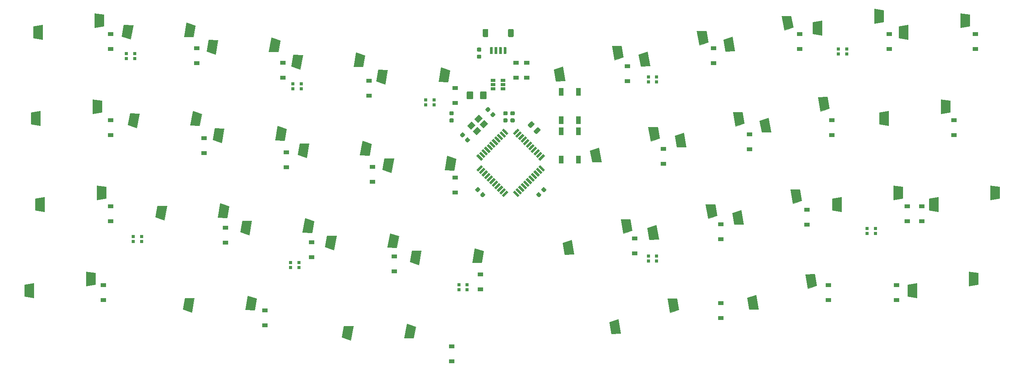
<source format=gbp>
G04 #@! TF.GenerationSoftware,KiCad,Pcbnew,(5.1.4)-1*
G04 #@! TF.CreationDate,2022-02-17T11:30:01+08:00*
G04 #@! TF.ProjectId,C-13X-PCB,432d3133-582d-4504-9342-2e6b69636164,rev?*
G04 #@! TF.SameCoordinates,Original*
G04 #@! TF.FileFunction,Paste,Bot*
G04 #@! TF.FilePolarity,Positive*
%FSLAX46Y46*%
G04 Gerber Fmt 4.6, Leading zero omitted, Abs format (unit mm)*
G04 Created by KiCad (PCBNEW (5.1.4)-1) date 2022-02-17 11:30:01*
%MOMM*%
%LPD*%
G04 APERTURE LIST*
%ADD10C,0.100000*%
%ADD11C,1.000000*%
%ADD12C,0.875000*%
%ADD13R,1.060000X0.650000*%
%ADD14R,0.700000X0.700000*%
%ADD15C,1.200000*%
%ADD16C,0.550000*%
%ADD17R,1.000000X1.700000*%
%ADD18C,0.600000*%
%ADD19C,1.425000*%
%ADD20R,1.200000X0.900000*%
%ADD21C,0.975000*%
G04 APERTURE END LIST*
D10*
G36*
X216027000Y-75501500D02*
G01*
X218059000Y-75184000D01*
X218059000Y-72644000D01*
X216027000Y-72326500D01*
X216027000Y-75501500D01*
G37*
X216027000Y-75501500D02*
X218059000Y-75184000D01*
X218059000Y-72644000D01*
X216027000Y-72326500D01*
X216027000Y-75501500D01*
G36*
X204470000Y-74930000D02*
G01*
X202438000Y-75247500D01*
X202438000Y-77787500D01*
X204470000Y-78105000D01*
X204470000Y-74930000D01*
G37*
X204470000Y-74930000D02*
X202438000Y-75247500D01*
X202438000Y-77787500D01*
X204470000Y-78105000D01*
X204470000Y-74930000D01*
G36*
X180411476Y-76054944D02*
G01*
X182357472Y-75389415D01*
X181916406Y-72888003D01*
X179860143Y-72928180D01*
X180411476Y-76054944D01*
G37*
X180411476Y-76054944D02*
X182357472Y-75389415D01*
X181916406Y-72888003D01*
X179860143Y-72928180D01*
X180411476Y-76054944D01*
G36*
X168930813Y-77498979D02*
G01*
X166984817Y-78164508D01*
X167425883Y-80665920D01*
X169482146Y-80625743D01*
X168930813Y-77498979D01*
G37*
X168930813Y-77498979D02*
X166984817Y-78164508D01*
X167425883Y-80665920D01*
X169482146Y-80625743D01*
X168930813Y-77498979D01*
G36*
X149925521Y-81430440D02*
G01*
X151871517Y-80764911D01*
X151430451Y-78263499D01*
X149374188Y-78303676D01*
X149925521Y-81430440D01*
G37*
X149925521Y-81430440D02*
X151871517Y-80764911D01*
X151430451Y-78263499D01*
X149374188Y-78303676D01*
X149925521Y-81430440D01*
G36*
X138444858Y-82874475D02*
G01*
X136498862Y-83540004D01*
X136939928Y-86041416D01*
X138996191Y-86001239D01*
X138444858Y-82874475D01*
G37*
X138444858Y-82874475D02*
X136498862Y-83540004D01*
X136939928Y-86041416D01*
X138996191Y-86001239D01*
X138444858Y-82874475D01*
G36*
X91142266Y-86987876D02*
G01*
X93198528Y-87028053D01*
X93639595Y-84526641D01*
X91693599Y-83861111D01*
X91142266Y-86987876D01*
G37*
X91142266Y-86987876D02*
X93198528Y-87028053D01*
X93639595Y-84526641D01*
X91693599Y-83861111D01*
X91142266Y-86987876D01*
G36*
X79860082Y-84418206D02*
G01*
X77803820Y-84378030D01*
X77362753Y-86879441D01*
X79308749Y-87544971D01*
X79860082Y-84418206D01*
G37*
X79860082Y-84418206D02*
X77803820Y-84378030D01*
X77362753Y-86879441D01*
X79308749Y-87544971D01*
X79860082Y-84418206D01*
G36*
X55966164Y-80785380D02*
G01*
X58022426Y-80825557D01*
X58463493Y-78324145D01*
X56517497Y-77658615D01*
X55966164Y-80785380D01*
G37*
X55966164Y-80785380D02*
X58022426Y-80825557D01*
X58463493Y-78324145D01*
X56517497Y-77658615D01*
X55966164Y-80785380D01*
G36*
X44683980Y-78215710D02*
G01*
X42627718Y-78175534D01*
X42186651Y-80676945D01*
X44132647Y-81342475D01*
X44683980Y-78215710D01*
G37*
X44683980Y-78215710D02*
X42627718Y-78175534D01*
X42186651Y-80676945D01*
X44132647Y-81342475D01*
X44683980Y-78215710D01*
G36*
X20764500Y-75501500D02*
G01*
X22796500Y-75184000D01*
X22796500Y-72644000D01*
X20764500Y-72326500D01*
X20764500Y-75501500D01*
G37*
X20764500Y-75501500D02*
X22796500Y-75184000D01*
X22796500Y-72644000D01*
X20764500Y-72326500D01*
X20764500Y-75501500D01*
G36*
X9207500Y-74930000D02*
G01*
X7175500Y-75247500D01*
X7175500Y-77787500D01*
X9207500Y-78105000D01*
X9207500Y-74930000D01*
G37*
X9207500Y-74930000D02*
X7175500Y-75247500D01*
X7175500Y-77787500D01*
X9207500Y-78105000D01*
X9207500Y-74930000D01*
G36*
X220789500Y-56451500D02*
G01*
X222821500Y-56134000D01*
X222821500Y-53594000D01*
X220789500Y-53276500D01*
X220789500Y-56451500D01*
G37*
X220789500Y-56451500D02*
X222821500Y-56134000D01*
X222821500Y-53594000D01*
X220789500Y-53276500D01*
X220789500Y-56451500D01*
G36*
X209232500Y-55880000D02*
G01*
X207200500Y-56197500D01*
X207200500Y-58737500D01*
X209232500Y-59055000D01*
X209232500Y-55880000D01*
G37*
X209232500Y-55880000D02*
X207200500Y-56197500D01*
X207200500Y-58737500D01*
X209232500Y-59055000D01*
X209232500Y-55880000D01*
G36*
X199358250Y-56451500D02*
G01*
X201390250Y-56134000D01*
X201390250Y-53594000D01*
X199358250Y-53276500D01*
X199358250Y-56451500D01*
G37*
X199358250Y-56451500D02*
X201390250Y-56134000D01*
X201390250Y-53594000D01*
X199358250Y-53276500D01*
X199358250Y-56451500D01*
G36*
X187801250Y-55880000D02*
G01*
X185769250Y-56197500D01*
X185769250Y-58737500D01*
X187801250Y-59055000D01*
X187801250Y-55880000D01*
G37*
X187801250Y-55880000D02*
X185769250Y-56197500D01*
X185769250Y-58737500D01*
X187801250Y-59055000D01*
X187801250Y-55880000D01*
G36*
X177103478Y-57294355D02*
G01*
X179049474Y-56628826D01*
X178608408Y-54127414D01*
X176552145Y-54167591D01*
X177103478Y-57294355D01*
G37*
X177103478Y-57294355D02*
X179049474Y-56628826D01*
X178608408Y-54127414D01*
X176552145Y-54167591D01*
X177103478Y-57294355D01*
G36*
X165622815Y-58738390D02*
G01*
X163676819Y-59403919D01*
X164117885Y-61905331D01*
X166174148Y-61865154D01*
X165622815Y-58738390D01*
G37*
X165622815Y-58738390D02*
X163676819Y-59403919D01*
X164117885Y-61905331D01*
X166174148Y-61865154D01*
X165622815Y-58738390D01*
G36*
X158342891Y-60602353D02*
G01*
X160288887Y-59936824D01*
X159847821Y-57435412D01*
X157791558Y-57475589D01*
X158342891Y-60602353D01*
G37*
X158342891Y-60602353D02*
X160288887Y-59936824D01*
X159847821Y-57435412D01*
X157791558Y-57475589D01*
X158342891Y-60602353D01*
G36*
X146862228Y-62046388D02*
G01*
X144916232Y-62711917D01*
X145357298Y-65213329D01*
X147413561Y-65173152D01*
X146862228Y-62046388D01*
G37*
X146862228Y-62046388D02*
X144916232Y-62711917D01*
X145357298Y-65213329D01*
X147413561Y-65173152D01*
X146862228Y-62046388D01*
G36*
X139582303Y-63910351D02*
G01*
X141528299Y-63244822D01*
X141087233Y-60743410D01*
X139030970Y-60783587D01*
X139582303Y-63910351D01*
G37*
X139582303Y-63910351D02*
X141528299Y-63244822D01*
X141087233Y-60743410D01*
X139030970Y-60783587D01*
X139582303Y-63910351D01*
G36*
X128101640Y-65354386D02*
G01*
X126155644Y-66019915D01*
X126596710Y-68521327D01*
X128652973Y-68481150D01*
X128101640Y-65354386D01*
G37*
X128101640Y-65354386D02*
X126155644Y-66019915D01*
X126596710Y-68521327D01*
X128652973Y-68481150D01*
X128101640Y-65354386D01*
G36*
X106175631Y-70294788D02*
G01*
X108231893Y-70334965D01*
X108672960Y-67833553D01*
X106726964Y-67168023D01*
X106175631Y-70294788D01*
G37*
X106175631Y-70294788D02*
X108231893Y-70334965D01*
X108672960Y-67833553D01*
X106726964Y-67168023D01*
X106175631Y-70294788D01*
G36*
X94893447Y-67725118D02*
G01*
X92837185Y-67684942D01*
X92396118Y-70186353D01*
X94342114Y-70851883D01*
X94893447Y-67725118D01*
G37*
X94893447Y-67725118D02*
X92837185Y-67684942D01*
X92396118Y-70186353D01*
X94342114Y-70851883D01*
X94893447Y-67725118D01*
G36*
X87415043Y-66986789D02*
G01*
X89471305Y-67026966D01*
X89912372Y-64525554D01*
X87966376Y-63860024D01*
X87415043Y-66986789D01*
G37*
X87415043Y-66986789D02*
X89471305Y-67026966D01*
X89912372Y-64525554D01*
X87966376Y-63860024D01*
X87415043Y-66986789D01*
G36*
X76132859Y-64417119D02*
G01*
X74076597Y-64376943D01*
X73635530Y-66878354D01*
X75581526Y-67543884D01*
X76132859Y-64417119D01*
G37*
X76132859Y-64417119D02*
X74076597Y-64376943D01*
X73635530Y-66878354D01*
X75581526Y-67543884D01*
X76132859Y-64417119D01*
G36*
X68654456Y-63678792D02*
G01*
X70710718Y-63718969D01*
X71151785Y-61217557D01*
X69205789Y-60552027D01*
X68654456Y-63678792D01*
G37*
X68654456Y-63678792D02*
X70710718Y-63718969D01*
X71151785Y-61217557D01*
X69205789Y-60552027D01*
X68654456Y-63678792D01*
G36*
X57372272Y-61109122D02*
G01*
X55316010Y-61068946D01*
X54874943Y-63570357D01*
X56820939Y-64235887D01*
X57372272Y-61109122D01*
G37*
X57372272Y-61109122D02*
X55316010Y-61068946D01*
X54874943Y-63570357D01*
X56820939Y-64235887D01*
X57372272Y-61109122D01*
G36*
X49893868Y-60370794D02*
G01*
X51950130Y-60410971D01*
X52391197Y-57909559D01*
X50445201Y-57244029D01*
X49893868Y-60370794D01*
G37*
X49893868Y-60370794D02*
X51950130Y-60410971D01*
X52391197Y-57909559D01*
X50445201Y-57244029D01*
X49893868Y-60370794D01*
G36*
X38611684Y-57801124D02*
G01*
X36555422Y-57760948D01*
X36114355Y-60262359D01*
X38060351Y-60927889D01*
X38611684Y-57801124D01*
G37*
X38611684Y-57801124D02*
X36555422Y-57760948D01*
X36114355Y-60262359D01*
X38060351Y-60927889D01*
X38611684Y-57801124D01*
G36*
X23145750Y-56451500D02*
G01*
X25177750Y-56134000D01*
X25177750Y-53594000D01*
X23145750Y-53276500D01*
X23145750Y-56451500D01*
G37*
X23145750Y-56451500D02*
X25177750Y-56134000D01*
X25177750Y-53594000D01*
X23145750Y-53276500D01*
X23145750Y-56451500D01*
G36*
X11588750Y-55880000D02*
G01*
X9556750Y-56197500D01*
X9556750Y-58737500D01*
X11588750Y-59055000D01*
X11588750Y-55880000D01*
G37*
X11588750Y-55880000D02*
X9556750Y-56197500D01*
X9556750Y-58737500D01*
X11588750Y-59055000D01*
X11588750Y-55880000D01*
G36*
X209835750Y-37401500D02*
G01*
X211867750Y-37084000D01*
X211867750Y-34544000D01*
X209835750Y-34226500D01*
X209835750Y-37401500D01*
G37*
X209835750Y-37401500D02*
X211867750Y-37084000D01*
X211867750Y-34544000D01*
X209835750Y-34226500D01*
X209835750Y-37401500D01*
G36*
X198278750Y-36830000D02*
G01*
X196246750Y-37147500D01*
X196246750Y-39687500D01*
X198278750Y-40005000D01*
X198278750Y-36830000D01*
G37*
X198278750Y-36830000D02*
X196246750Y-37147500D01*
X196246750Y-39687500D01*
X198278750Y-40005000D01*
X198278750Y-36830000D01*
G36*
X183175774Y-36879769D02*
G01*
X185121770Y-36214240D01*
X184680704Y-33712828D01*
X182624441Y-33753005D01*
X183175774Y-36879769D01*
G37*
X183175774Y-36879769D02*
X185121770Y-36214240D01*
X184680704Y-33712828D01*
X182624441Y-33753005D01*
X183175774Y-36879769D01*
G36*
X171695111Y-38323804D02*
G01*
X169749115Y-38989333D01*
X170190181Y-41490745D01*
X172246444Y-41450568D01*
X171695111Y-38323804D01*
G37*
X171695111Y-38323804D02*
X169749115Y-38989333D01*
X170190181Y-41490745D01*
X172246444Y-41450568D01*
X171695111Y-38323804D01*
G36*
X164415187Y-40187767D02*
G01*
X166361183Y-39522238D01*
X165920117Y-37020826D01*
X163863854Y-37061003D01*
X164415187Y-40187767D01*
G37*
X164415187Y-40187767D02*
X166361183Y-39522238D01*
X165920117Y-37020826D01*
X163863854Y-37061003D01*
X164415187Y-40187767D01*
G36*
X152934524Y-41631802D02*
G01*
X150988528Y-42297331D01*
X151429594Y-44798743D01*
X153485857Y-44758566D01*
X152934524Y-41631802D01*
G37*
X152934524Y-41631802D02*
X150988528Y-42297331D01*
X151429594Y-44798743D01*
X153485857Y-44758566D01*
X152934524Y-41631802D01*
G36*
X145654598Y-43495765D02*
G01*
X147600594Y-42830236D01*
X147159528Y-40328824D01*
X145103265Y-40369001D01*
X145654598Y-43495765D01*
G37*
X145654598Y-43495765D02*
X147600594Y-42830236D01*
X147159528Y-40328824D01*
X145103265Y-40369001D01*
X145654598Y-43495765D01*
G36*
X134173935Y-44939800D02*
G01*
X132227939Y-45605329D01*
X132669005Y-48106741D01*
X134725268Y-48066564D01*
X134173935Y-44939800D01*
G37*
X134173935Y-44939800D02*
X132227939Y-45605329D01*
X132669005Y-48106741D01*
X134725268Y-48066564D01*
X134173935Y-44939800D01*
G36*
X100103335Y-49880201D02*
G01*
X102159597Y-49920378D01*
X102600664Y-47418966D01*
X100654668Y-46753436D01*
X100103335Y-49880201D01*
G37*
X100103335Y-49880201D02*
X102159597Y-49920378D01*
X102600664Y-47418966D01*
X100654668Y-46753436D01*
X100103335Y-49880201D01*
G36*
X88821151Y-47310531D02*
G01*
X86764889Y-47270355D01*
X86323822Y-49771766D01*
X88269818Y-50437296D01*
X88821151Y-47310531D01*
G37*
X88821151Y-47310531D02*
X86764889Y-47270355D01*
X86323822Y-49771766D01*
X88269818Y-50437296D01*
X88821151Y-47310531D01*
G36*
X81342748Y-46572203D02*
G01*
X83399010Y-46612380D01*
X83840077Y-44110968D01*
X81894081Y-43445438D01*
X81342748Y-46572203D01*
G37*
X81342748Y-46572203D02*
X83399010Y-46612380D01*
X83840077Y-44110968D01*
X81894081Y-43445438D01*
X81342748Y-46572203D01*
G36*
X70060564Y-44002533D02*
G01*
X68004302Y-43962357D01*
X67563235Y-46463768D01*
X69509231Y-47129298D01*
X70060564Y-44002533D01*
G37*
X70060564Y-44002533D02*
X68004302Y-43962357D01*
X67563235Y-46463768D01*
X69509231Y-47129298D01*
X70060564Y-44002533D01*
G36*
X62582160Y-43264206D02*
G01*
X64638422Y-43304383D01*
X65079489Y-40802971D01*
X63133493Y-40137441D01*
X62582160Y-43264206D01*
G37*
X62582160Y-43264206D02*
X64638422Y-43304383D01*
X65079489Y-40802971D01*
X63133493Y-40137441D01*
X62582160Y-43264206D01*
G36*
X51299976Y-40694536D02*
G01*
X49243714Y-40654360D01*
X48802647Y-43155771D01*
X50748643Y-43821301D01*
X51299976Y-40694536D01*
G37*
X51299976Y-40694536D02*
X49243714Y-40654360D01*
X48802647Y-43155771D01*
X50748643Y-43821301D01*
X51299976Y-40694536D01*
G36*
X43821572Y-39956208D02*
G01*
X45877834Y-39996385D01*
X46318901Y-37494973D01*
X44372905Y-36829443D01*
X43821572Y-39956208D01*
G37*
X43821572Y-39956208D02*
X45877834Y-39996385D01*
X46318901Y-37494973D01*
X44372905Y-36829443D01*
X43821572Y-39956208D01*
G36*
X32539388Y-37386538D02*
G01*
X30483126Y-37346362D01*
X30042059Y-39847773D01*
X31988055Y-40513303D01*
X32539388Y-37386538D01*
G37*
X32539388Y-37386538D02*
X30483126Y-37346362D01*
X30042059Y-39847773D01*
X31988055Y-40513303D01*
X32539388Y-37386538D01*
G36*
X22193250Y-37401500D02*
G01*
X24225250Y-37084000D01*
X24225250Y-34544000D01*
X22193250Y-34226500D01*
X22193250Y-37401500D01*
G37*
X22193250Y-37401500D02*
X24225250Y-37084000D01*
X24225250Y-34544000D01*
X22193250Y-34226500D01*
X22193250Y-37401500D01*
G36*
X10636250Y-36830000D02*
G01*
X8604250Y-37147500D01*
X8604250Y-39687500D01*
X10636250Y-40005000D01*
X10636250Y-36830000D01*
G37*
X10636250Y-36830000D02*
X8604250Y-37147500D01*
X8604250Y-39687500D01*
X10636250Y-40005000D01*
X10636250Y-36830000D01*
G36*
X214122000Y-18351500D02*
G01*
X216154000Y-18034000D01*
X216154000Y-15494000D01*
X214122000Y-15176500D01*
X214122000Y-18351500D01*
G37*
X214122000Y-18351500D02*
X216154000Y-18034000D01*
X216154000Y-15494000D01*
X214122000Y-15176500D01*
X214122000Y-18351500D01*
G36*
X202565000Y-17780000D02*
G01*
X200533000Y-18097500D01*
X200533000Y-20637500D01*
X202565000Y-20955000D01*
X202565000Y-17780000D01*
G37*
X202565000Y-17780000D02*
X200533000Y-18097500D01*
X200533000Y-20637500D01*
X202565000Y-20955000D01*
X202565000Y-17780000D01*
G36*
X195072000Y-17399000D02*
G01*
X197104000Y-17081500D01*
X197104000Y-14541500D01*
X195072000Y-14224000D01*
X195072000Y-17399000D01*
G37*
X195072000Y-17399000D02*
X197104000Y-17081500D01*
X197104000Y-14541500D01*
X195072000Y-14224000D01*
X195072000Y-17399000D01*
G36*
X183515000Y-16827500D02*
G01*
X181483000Y-17145000D01*
X181483000Y-19685000D01*
X183515000Y-20002500D01*
X183515000Y-16827500D01*
G37*
X183515000Y-16827500D02*
X181483000Y-17145000D01*
X181483000Y-19685000D01*
X183515000Y-20002500D01*
X183515000Y-16827500D01*
G36*
X175177629Y-18946181D02*
G01*
X177123625Y-18280652D01*
X176682559Y-15779240D01*
X174626296Y-15819417D01*
X175177629Y-18946181D01*
G37*
X175177629Y-18946181D02*
X177123625Y-18280652D01*
X176682559Y-15779240D01*
X174626296Y-15819417D01*
X175177629Y-18946181D01*
G36*
X163696966Y-20390216D02*
G01*
X161750970Y-21055745D01*
X162192036Y-23557157D01*
X164248299Y-23516980D01*
X163696966Y-20390216D01*
G37*
X163696966Y-20390216D02*
X161750970Y-21055745D01*
X162192036Y-23557157D01*
X164248299Y-23516980D01*
X163696966Y-20390216D01*
G36*
X156417042Y-22254178D02*
G01*
X158363038Y-21588649D01*
X157921972Y-19087237D01*
X155865709Y-19127414D01*
X156417042Y-22254178D01*
G37*
X156417042Y-22254178D02*
X158363038Y-21588649D01*
X157921972Y-19087237D01*
X155865709Y-19127414D01*
X156417042Y-22254178D01*
G36*
X144936379Y-23698213D02*
G01*
X142990383Y-24363742D01*
X143431449Y-26865154D01*
X145487712Y-26824977D01*
X144936379Y-23698213D01*
G37*
X144936379Y-23698213D02*
X142990383Y-24363742D01*
X143431449Y-26865154D01*
X145487712Y-26824977D01*
X144936379Y-23698213D01*
G36*
X137656454Y-25562177D02*
G01*
X139602450Y-24896648D01*
X139161384Y-22395236D01*
X137105121Y-22435413D01*
X137656454Y-25562177D01*
G37*
X137656454Y-25562177D02*
X139602450Y-24896648D01*
X139161384Y-22395236D01*
X137105121Y-22435413D01*
X137656454Y-25562177D01*
G36*
X126175791Y-27006212D02*
G01*
X124229795Y-27671741D01*
X124670861Y-30173153D01*
X126727124Y-30132976D01*
X126175791Y-27006212D01*
G37*
X126175791Y-27006212D02*
X124229795Y-27671741D01*
X124670861Y-30173153D01*
X126727124Y-30132976D01*
X126175791Y-27006212D01*
G36*
X98721186Y-30292613D02*
G01*
X100777448Y-30332790D01*
X101218515Y-27831378D01*
X99272519Y-27165848D01*
X98721186Y-30292613D01*
G37*
X98721186Y-30292613D02*
X100777448Y-30332790D01*
X101218515Y-27831378D01*
X99272519Y-27165848D01*
X98721186Y-30292613D01*
G36*
X87439002Y-27722943D02*
G01*
X85382740Y-27682767D01*
X84941673Y-30184178D01*
X86887669Y-30849708D01*
X87439002Y-27722943D01*
G37*
X87439002Y-27722943D02*
X85382740Y-27682767D01*
X84941673Y-30184178D01*
X86887669Y-30849708D01*
X87439002Y-27722943D01*
G36*
X79960598Y-26984616D02*
G01*
X82016860Y-27024793D01*
X82457927Y-24523381D01*
X80511931Y-23857851D01*
X79960598Y-26984616D01*
G37*
X79960598Y-26984616D02*
X82016860Y-27024793D01*
X82457927Y-24523381D01*
X80511931Y-23857851D01*
X79960598Y-26984616D01*
G36*
X68678414Y-24414946D02*
G01*
X66622152Y-24374770D01*
X66181085Y-26876181D01*
X68127081Y-27541711D01*
X68678414Y-24414946D01*
G37*
X68678414Y-24414946D02*
X66622152Y-24374770D01*
X66181085Y-26876181D01*
X68127081Y-27541711D01*
X68678414Y-24414946D01*
G36*
X61200011Y-23676618D02*
G01*
X63256273Y-23716795D01*
X63697340Y-21215383D01*
X61751344Y-20549853D01*
X61200011Y-23676618D01*
G37*
X61200011Y-23676618D02*
X63256273Y-23716795D01*
X63697340Y-21215383D01*
X61751344Y-20549853D01*
X61200011Y-23676618D01*
G36*
X49917827Y-21106948D02*
G01*
X47861565Y-21066772D01*
X47420498Y-23568183D01*
X49366494Y-24233713D01*
X49917827Y-21106948D01*
G37*
X49917827Y-21106948D02*
X47861565Y-21066772D01*
X47420498Y-23568183D01*
X49366494Y-24233713D01*
X49917827Y-21106948D01*
G36*
X42439423Y-20368620D02*
G01*
X44495685Y-20408797D01*
X44936752Y-17907385D01*
X42990756Y-17241855D01*
X42439423Y-20368620D01*
G37*
X42439423Y-20368620D02*
X44495685Y-20408797D01*
X44936752Y-17907385D01*
X42990756Y-17241855D01*
X42439423Y-20368620D01*
G36*
X31157239Y-17798950D02*
G01*
X29100977Y-17758774D01*
X28659910Y-20260185D01*
X30605906Y-20925715D01*
X31157239Y-17798950D01*
G37*
X31157239Y-17798950D02*
X29100977Y-17758774D01*
X28659910Y-20260185D01*
X30605906Y-20925715D01*
X31157239Y-17798950D01*
G36*
X22669500Y-18351500D02*
G01*
X24701500Y-18034000D01*
X24701500Y-15494000D01*
X22669500Y-15176500D01*
X22669500Y-18351500D01*
G37*
X22669500Y-18351500D02*
X24701500Y-18034000D01*
X24701500Y-15494000D01*
X22669500Y-15176500D01*
X22669500Y-18351500D01*
G36*
X11112500Y-17780000D02*
G01*
X9080500Y-18097500D01*
X9080500Y-20637500D01*
X11112500Y-20955000D01*
X11112500Y-17780000D01*
G37*
X11112500Y-17780000D02*
X9080500Y-18097500D01*
X9080500Y-20637500D01*
X11112500Y-20955000D01*
X11112500Y-17780000D01*
D11*
G36*
X101877691Y-36876053D02*
G01*
X101898926Y-36879203D01*
X101919750Y-36884419D01*
X101939962Y-36891651D01*
X101959368Y-36900830D01*
X101977781Y-36911866D01*
X101995024Y-36924654D01*
X102010930Y-36939070D01*
X102025346Y-36954976D01*
X102038134Y-36972219D01*
X102049170Y-36990632D01*
X102058349Y-37010038D01*
X102065581Y-37030250D01*
X102070797Y-37051074D01*
X102073947Y-37072309D01*
X102075000Y-37093750D01*
X102075000Y-37531250D01*
X102073947Y-37552691D01*
X102070797Y-37573926D01*
X102065581Y-37594750D01*
X102058349Y-37614962D01*
X102049170Y-37634368D01*
X102038134Y-37652781D01*
X102025346Y-37670024D01*
X102010930Y-37685930D01*
X101995024Y-37700346D01*
X101977781Y-37713134D01*
X101959368Y-37724170D01*
X101939962Y-37733349D01*
X101919750Y-37740581D01*
X101898926Y-37745797D01*
X101877691Y-37748947D01*
X101856250Y-37750000D01*
X101343750Y-37750000D01*
X101322309Y-37748947D01*
X101301074Y-37745797D01*
X101280250Y-37740581D01*
X101260038Y-37733349D01*
X101240632Y-37724170D01*
X101222219Y-37713134D01*
X101204976Y-37700346D01*
X101189070Y-37685930D01*
X101174654Y-37670024D01*
X101161866Y-37652781D01*
X101150830Y-37634368D01*
X101141651Y-37614962D01*
X101134419Y-37594750D01*
X101129203Y-37573926D01*
X101126053Y-37552691D01*
X101125000Y-37531250D01*
X101125000Y-37093750D01*
X101126053Y-37072309D01*
X101129203Y-37051074D01*
X101134419Y-37030250D01*
X101141651Y-37010038D01*
X101150830Y-36990632D01*
X101161866Y-36972219D01*
X101174654Y-36954976D01*
X101189070Y-36939070D01*
X101204976Y-36924654D01*
X101222219Y-36911866D01*
X101240632Y-36900830D01*
X101260038Y-36891651D01*
X101280250Y-36884419D01*
X101301074Y-36879203D01*
X101322309Y-36876053D01*
X101343750Y-36875000D01*
X101856250Y-36875000D01*
X101877691Y-36876053D01*
X101877691Y-36876053D01*
G37*
D12*
X101600000Y-37312500D03*
D11*
G36*
X101877691Y-38451053D02*
G01*
X101898926Y-38454203D01*
X101919750Y-38459419D01*
X101939962Y-38466651D01*
X101959368Y-38475830D01*
X101977781Y-38486866D01*
X101995024Y-38499654D01*
X102010930Y-38514070D01*
X102025346Y-38529976D01*
X102038134Y-38547219D01*
X102049170Y-38565632D01*
X102058349Y-38585038D01*
X102065581Y-38605250D01*
X102070797Y-38626074D01*
X102073947Y-38647309D01*
X102075000Y-38668750D01*
X102075000Y-39106250D01*
X102073947Y-39127691D01*
X102070797Y-39148926D01*
X102065581Y-39169750D01*
X102058349Y-39189962D01*
X102049170Y-39209368D01*
X102038134Y-39227781D01*
X102025346Y-39245024D01*
X102010930Y-39260930D01*
X101995024Y-39275346D01*
X101977781Y-39288134D01*
X101959368Y-39299170D01*
X101939962Y-39308349D01*
X101919750Y-39315581D01*
X101898926Y-39320797D01*
X101877691Y-39323947D01*
X101856250Y-39325000D01*
X101343750Y-39325000D01*
X101322309Y-39323947D01*
X101301074Y-39320797D01*
X101280250Y-39315581D01*
X101260038Y-39308349D01*
X101240632Y-39299170D01*
X101222219Y-39288134D01*
X101204976Y-39275346D01*
X101189070Y-39260930D01*
X101174654Y-39245024D01*
X101161866Y-39227781D01*
X101150830Y-39209368D01*
X101141651Y-39189962D01*
X101134419Y-39169750D01*
X101129203Y-39148926D01*
X101126053Y-39127691D01*
X101125000Y-39106250D01*
X101125000Y-38668750D01*
X101126053Y-38647309D01*
X101129203Y-38626074D01*
X101134419Y-38605250D01*
X101141651Y-38585038D01*
X101150830Y-38565632D01*
X101161866Y-38547219D01*
X101174654Y-38529976D01*
X101189070Y-38514070D01*
X101204976Y-38499654D01*
X101222219Y-38486866D01*
X101240632Y-38475830D01*
X101260038Y-38466651D01*
X101280250Y-38459419D01*
X101301074Y-38454203D01*
X101322309Y-38451053D01*
X101343750Y-38450000D01*
X101856250Y-38450000D01*
X101877691Y-38451053D01*
X101877691Y-38451053D01*
G37*
D12*
X101600000Y-38887500D03*
D13*
X110818750Y-30956250D03*
X110818750Y-30006250D03*
X110818750Y-31906250D03*
X113018750Y-31906250D03*
X113018750Y-30956250D03*
X113018750Y-30006250D03*
D14*
X146965000Y-30395000D03*
X146965000Y-29295000D03*
X145135000Y-29295000D03*
X145135000Y-30395000D03*
X189002000Y-24172000D03*
X189002000Y-23072000D03*
X187172000Y-23072000D03*
X187172000Y-24172000D03*
X193522000Y-62823000D03*
X193522000Y-63923000D03*
X195352000Y-63923000D03*
X195352000Y-62823000D03*
X145135000Y-68919000D03*
X145135000Y-70019000D03*
X146965000Y-70019000D03*
X146965000Y-68919000D03*
X103225000Y-75269000D03*
X103225000Y-76369000D03*
X105055000Y-76369000D03*
X105055000Y-75269000D03*
X66014000Y-70316000D03*
X66014000Y-71416000D03*
X67844000Y-71416000D03*
X67844000Y-70316000D03*
X31216000Y-64601000D03*
X31216000Y-65701000D03*
X33046000Y-65701000D03*
X33046000Y-64601000D03*
X31522000Y-25188000D03*
X31522000Y-24088000D03*
X29692000Y-24088000D03*
X29692000Y-25188000D03*
X68352000Y-31919000D03*
X68352000Y-30819000D03*
X66522000Y-30819000D03*
X66522000Y-31919000D03*
X97752500Y-35475000D03*
X97752500Y-34375000D03*
X95922500Y-34375000D03*
X95922500Y-35475000D03*
D15*
X107554401Y-38471612D03*
D11*
G36*
X107625112Y-37552373D02*
G01*
X108473640Y-38400901D01*
X107483690Y-39390851D01*
X106635162Y-38542323D01*
X107625112Y-37552373D01*
X107625112Y-37552373D01*
G37*
D15*
X105998766Y-40027247D03*
D11*
G36*
X106069477Y-39108008D02*
G01*
X106918005Y-39956536D01*
X105928055Y-40946486D01*
X105079527Y-40097958D01*
X106069477Y-39108008D01*
X106069477Y-39108008D01*
G37*
D15*
X107200847Y-41229328D03*
D11*
G36*
X107271558Y-40310089D02*
G01*
X108120086Y-41158617D01*
X107130136Y-42148567D01*
X106281608Y-41300039D01*
X107271558Y-40310089D01*
X107271558Y-40310089D01*
G37*
D15*
X108756482Y-39673693D03*
D11*
G36*
X108827193Y-38754454D02*
G01*
X109675721Y-39602982D01*
X108685771Y-40592932D01*
X107837243Y-39744404D01*
X108827193Y-38754454D01*
X108827193Y-38754454D01*
G37*
D16*
X107815146Y-49471542D03*
D11*
G36*
X108151022Y-48746758D02*
G01*
X108539930Y-49135666D01*
X107479270Y-50196326D01*
X107090362Y-49807418D01*
X108151022Y-48746758D01*
X108151022Y-48746758D01*
G37*
D16*
X108380832Y-50037227D03*
D11*
G36*
X108716708Y-49312443D02*
G01*
X109105616Y-49701351D01*
X108044956Y-50762011D01*
X107656048Y-50373103D01*
X108716708Y-49312443D01*
X108716708Y-49312443D01*
G37*
D16*
X108946517Y-50602912D03*
D11*
G36*
X109282393Y-49878128D02*
G01*
X109671301Y-50267036D01*
X108610641Y-51327696D01*
X108221733Y-50938788D01*
X109282393Y-49878128D01*
X109282393Y-49878128D01*
G37*
D16*
X109512202Y-51168598D03*
D11*
G36*
X109848078Y-50443814D02*
G01*
X110236986Y-50832722D01*
X109176326Y-51893382D01*
X108787418Y-51504474D01*
X109848078Y-50443814D01*
X109848078Y-50443814D01*
G37*
D16*
X110077888Y-51734283D03*
D11*
G36*
X110413764Y-51009499D02*
G01*
X110802672Y-51398407D01*
X109742012Y-52459067D01*
X109353104Y-52070159D01*
X110413764Y-51009499D01*
X110413764Y-51009499D01*
G37*
D16*
X110643573Y-52299969D03*
D11*
G36*
X110979449Y-51575185D02*
G01*
X111368357Y-51964093D01*
X110307697Y-53024753D01*
X109918789Y-52635845D01*
X110979449Y-51575185D01*
X110979449Y-51575185D01*
G37*
D16*
X111209259Y-52865654D03*
D11*
G36*
X111545135Y-52140870D02*
G01*
X111934043Y-52529778D01*
X110873383Y-53590438D01*
X110484475Y-53201530D01*
X111545135Y-52140870D01*
X111545135Y-52140870D01*
G37*
D16*
X111774944Y-53431340D03*
D11*
G36*
X112110820Y-52706556D02*
G01*
X112499728Y-53095464D01*
X111439068Y-54156124D01*
X111050160Y-53767216D01*
X112110820Y-52706556D01*
X112110820Y-52706556D01*
G37*
D16*
X112340630Y-53997025D03*
D11*
G36*
X112676506Y-53272241D02*
G01*
X113065414Y-53661149D01*
X112004754Y-54721809D01*
X111615846Y-54332901D01*
X112676506Y-53272241D01*
X112676506Y-53272241D01*
G37*
D16*
X112906315Y-54562710D03*
D11*
G36*
X113242191Y-53837926D02*
G01*
X113631099Y-54226834D01*
X112570439Y-55287494D01*
X112181531Y-54898586D01*
X113242191Y-53837926D01*
X113242191Y-53837926D01*
G37*
D16*
X113472000Y-55128396D03*
D11*
G36*
X113807876Y-54403612D02*
G01*
X114196784Y-54792520D01*
X113136124Y-55853180D01*
X112747216Y-55464272D01*
X113807876Y-54403612D01*
X113807876Y-54403612D01*
G37*
D16*
X115876164Y-55128396D03*
D11*
G36*
X115151380Y-54792520D02*
G01*
X115540288Y-54403612D01*
X116600948Y-55464272D01*
X116212040Y-55853180D01*
X115151380Y-54792520D01*
X115151380Y-54792520D01*
G37*
D16*
X116441849Y-54562710D03*
D11*
G36*
X115717065Y-54226834D02*
G01*
X116105973Y-53837926D01*
X117166633Y-54898586D01*
X116777725Y-55287494D01*
X115717065Y-54226834D01*
X115717065Y-54226834D01*
G37*
D16*
X117007534Y-53997025D03*
D11*
G36*
X116282750Y-53661149D02*
G01*
X116671658Y-53272241D01*
X117732318Y-54332901D01*
X117343410Y-54721809D01*
X116282750Y-53661149D01*
X116282750Y-53661149D01*
G37*
D16*
X117573220Y-53431340D03*
D11*
G36*
X116848436Y-53095464D02*
G01*
X117237344Y-52706556D01*
X118298004Y-53767216D01*
X117909096Y-54156124D01*
X116848436Y-53095464D01*
X116848436Y-53095464D01*
G37*
D16*
X118138905Y-52865654D03*
D11*
G36*
X117414121Y-52529778D02*
G01*
X117803029Y-52140870D01*
X118863689Y-53201530D01*
X118474781Y-53590438D01*
X117414121Y-52529778D01*
X117414121Y-52529778D01*
G37*
D16*
X118704591Y-52299969D03*
D11*
G36*
X117979807Y-51964093D02*
G01*
X118368715Y-51575185D01*
X119429375Y-52635845D01*
X119040467Y-53024753D01*
X117979807Y-51964093D01*
X117979807Y-51964093D01*
G37*
D16*
X119270276Y-51734283D03*
D11*
G36*
X118545492Y-51398407D02*
G01*
X118934400Y-51009499D01*
X119995060Y-52070159D01*
X119606152Y-52459067D01*
X118545492Y-51398407D01*
X118545492Y-51398407D01*
G37*
D16*
X119835962Y-51168598D03*
D11*
G36*
X119111178Y-50832722D02*
G01*
X119500086Y-50443814D01*
X120560746Y-51504474D01*
X120171838Y-51893382D01*
X119111178Y-50832722D01*
X119111178Y-50832722D01*
G37*
D16*
X120401647Y-50602912D03*
D11*
G36*
X119676863Y-50267036D02*
G01*
X120065771Y-49878128D01*
X121126431Y-50938788D01*
X120737523Y-51327696D01*
X119676863Y-50267036D01*
X119676863Y-50267036D01*
G37*
D16*
X120967332Y-50037227D03*
D11*
G36*
X120242548Y-49701351D02*
G01*
X120631456Y-49312443D01*
X121692116Y-50373103D01*
X121303208Y-50762011D01*
X120242548Y-49701351D01*
X120242548Y-49701351D01*
G37*
D16*
X121533018Y-49471542D03*
D11*
G36*
X120808234Y-49135666D02*
G01*
X121197142Y-48746758D01*
X122257802Y-49807418D01*
X121868894Y-50196326D01*
X120808234Y-49135666D01*
X120808234Y-49135666D01*
G37*
D16*
X121533018Y-47067378D03*
D11*
G36*
X121868894Y-46342594D02*
G01*
X122257802Y-46731502D01*
X121197142Y-47792162D01*
X120808234Y-47403254D01*
X121868894Y-46342594D01*
X121868894Y-46342594D01*
G37*
D16*
X120967332Y-46501693D03*
D11*
G36*
X121303208Y-45776909D02*
G01*
X121692116Y-46165817D01*
X120631456Y-47226477D01*
X120242548Y-46837569D01*
X121303208Y-45776909D01*
X121303208Y-45776909D01*
G37*
D16*
X120401647Y-45936008D03*
D11*
G36*
X120737523Y-45211224D02*
G01*
X121126431Y-45600132D01*
X120065771Y-46660792D01*
X119676863Y-46271884D01*
X120737523Y-45211224D01*
X120737523Y-45211224D01*
G37*
D16*
X119835962Y-45370322D03*
D11*
G36*
X120171838Y-44645538D02*
G01*
X120560746Y-45034446D01*
X119500086Y-46095106D01*
X119111178Y-45706198D01*
X120171838Y-44645538D01*
X120171838Y-44645538D01*
G37*
D16*
X119270276Y-44804637D03*
D11*
G36*
X119606152Y-44079853D02*
G01*
X119995060Y-44468761D01*
X118934400Y-45529421D01*
X118545492Y-45140513D01*
X119606152Y-44079853D01*
X119606152Y-44079853D01*
G37*
D16*
X118704591Y-44238951D03*
D11*
G36*
X119040467Y-43514167D02*
G01*
X119429375Y-43903075D01*
X118368715Y-44963735D01*
X117979807Y-44574827D01*
X119040467Y-43514167D01*
X119040467Y-43514167D01*
G37*
D16*
X118138905Y-43673266D03*
D11*
G36*
X118474781Y-42948482D02*
G01*
X118863689Y-43337390D01*
X117803029Y-44398050D01*
X117414121Y-44009142D01*
X118474781Y-42948482D01*
X118474781Y-42948482D01*
G37*
D16*
X117573220Y-43107580D03*
D11*
G36*
X117909096Y-42382796D02*
G01*
X118298004Y-42771704D01*
X117237344Y-43832364D01*
X116848436Y-43443456D01*
X117909096Y-42382796D01*
X117909096Y-42382796D01*
G37*
D16*
X117007534Y-42541895D03*
D11*
G36*
X117343410Y-41817111D02*
G01*
X117732318Y-42206019D01*
X116671658Y-43266679D01*
X116282750Y-42877771D01*
X117343410Y-41817111D01*
X117343410Y-41817111D01*
G37*
D16*
X116441849Y-41976210D03*
D11*
G36*
X116777725Y-41251426D02*
G01*
X117166633Y-41640334D01*
X116105973Y-42700994D01*
X115717065Y-42312086D01*
X116777725Y-41251426D01*
X116777725Y-41251426D01*
G37*
D16*
X115876164Y-41410524D03*
D11*
G36*
X116212040Y-40685740D02*
G01*
X116600948Y-41074648D01*
X115540288Y-42135308D01*
X115151380Y-41746400D01*
X116212040Y-40685740D01*
X116212040Y-40685740D01*
G37*
D16*
X113472000Y-41410524D03*
D11*
G36*
X112747216Y-41074648D02*
G01*
X113136124Y-40685740D01*
X114196784Y-41746400D01*
X113807876Y-42135308D01*
X112747216Y-41074648D01*
X112747216Y-41074648D01*
G37*
D16*
X112906315Y-41976210D03*
D11*
G36*
X112181531Y-41640334D02*
G01*
X112570439Y-41251426D01*
X113631099Y-42312086D01*
X113242191Y-42700994D01*
X112181531Y-41640334D01*
X112181531Y-41640334D01*
G37*
D16*
X112340630Y-42541895D03*
D11*
G36*
X111615846Y-42206019D02*
G01*
X112004754Y-41817111D01*
X113065414Y-42877771D01*
X112676506Y-43266679D01*
X111615846Y-42206019D01*
X111615846Y-42206019D01*
G37*
D16*
X111774944Y-43107580D03*
D11*
G36*
X111050160Y-42771704D02*
G01*
X111439068Y-42382796D01*
X112499728Y-43443456D01*
X112110820Y-43832364D01*
X111050160Y-42771704D01*
X111050160Y-42771704D01*
G37*
D16*
X111209259Y-43673266D03*
D11*
G36*
X110484475Y-43337390D02*
G01*
X110873383Y-42948482D01*
X111934043Y-44009142D01*
X111545135Y-44398050D01*
X110484475Y-43337390D01*
X110484475Y-43337390D01*
G37*
D16*
X110643573Y-44238951D03*
D11*
G36*
X109918789Y-43903075D02*
G01*
X110307697Y-43514167D01*
X111368357Y-44574827D01*
X110979449Y-44963735D01*
X109918789Y-43903075D01*
X109918789Y-43903075D01*
G37*
D16*
X110077888Y-44804637D03*
D11*
G36*
X109353104Y-44468761D02*
G01*
X109742012Y-44079853D01*
X110802672Y-45140513D01*
X110413764Y-45529421D01*
X109353104Y-44468761D01*
X109353104Y-44468761D01*
G37*
D16*
X109512202Y-45370322D03*
D11*
G36*
X108787418Y-45034446D02*
G01*
X109176326Y-44645538D01*
X110236986Y-45706198D01*
X109848078Y-46095106D01*
X108787418Y-45034446D01*
X108787418Y-45034446D01*
G37*
D16*
X108946517Y-45936008D03*
D11*
G36*
X108221733Y-45600132D02*
G01*
X108610641Y-45211224D01*
X109671301Y-46271884D01*
X109282393Y-46660792D01*
X108221733Y-45600132D01*
X108221733Y-45600132D01*
G37*
D16*
X108380832Y-46501693D03*
D11*
G36*
X107656048Y-46165817D02*
G01*
X108044956Y-45776909D01*
X109105616Y-46837569D01*
X108716708Y-47226477D01*
X107656048Y-46165817D01*
X107656048Y-46165817D01*
G37*
D16*
X107815146Y-47067378D03*
D11*
G36*
X107090362Y-46731502D02*
G01*
X107479270Y-46342594D01*
X108539930Y-47403254D01*
X108151022Y-47792162D01*
X107090362Y-46731502D01*
X107090362Y-46731502D01*
G37*
D17*
X125893750Y-32568750D03*
X125893750Y-38868750D03*
X129693750Y-32568750D03*
X129693750Y-38868750D03*
X125893750Y-41300000D03*
X125893750Y-47600000D03*
X129693750Y-41300000D03*
X129693750Y-47600000D03*
D11*
G36*
X113783941Y-38451053D02*
G01*
X113805176Y-38454203D01*
X113826000Y-38459419D01*
X113846212Y-38466651D01*
X113865618Y-38475830D01*
X113884031Y-38486866D01*
X113901274Y-38499654D01*
X113917180Y-38514070D01*
X113931596Y-38529976D01*
X113944384Y-38547219D01*
X113955420Y-38565632D01*
X113964599Y-38585038D01*
X113971831Y-38605250D01*
X113977047Y-38626074D01*
X113980197Y-38647309D01*
X113981250Y-38668750D01*
X113981250Y-39106250D01*
X113980197Y-39127691D01*
X113977047Y-39148926D01*
X113971831Y-39169750D01*
X113964599Y-39189962D01*
X113955420Y-39209368D01*
X113944384Y-39227781D01*
X113931596Y-39245024D01*
X113917180Y-39260930D01*
X113901274Y-39275346D01*
X113884031Y-39288134D01*
X113865618Y-39299170D01*
X113846212Y-39308349D01*
X113826000Y-39315581D01*
X113805176Y-39320797D01*
X113783941Y-39323947D01*
X113762500Y-39325000D01*
X113250000Y-39325000D01*
X113228559Y-39323947D01*
X113207324Y-39320797D01*
X113186500Y-39315581D01*
X113166288Y-39308349D01*
X113146882Y-39299170D01*
X113128469Y-39288134D01*
X113111226Y-39275346D01*
X113095320Y-39260930D01*
X113080904Y-39245024D01*
X113068116Y-39227781D01*
X113057080Y-39209368D01*
X113047901Y-39189962D01*
X113040669Y-39169750D01*
X113035453Y-39148926D01*
X113032303Y-39127691D01*
X113031250Y-39106250D01*
X113031250Y-38668750D01*
X113032303Y-38647309D01*
X113035453Y-38626074D01*
X113040669Y-38605250D01*
X113047901Y-38585038D01*
X113057080Y-38565632D01*
X113068116Y-38547219D01*
X113080904Y-38529976D01*
X113095320Y-38514070D01*
X113111226Y-38499654D01*
X113128469Y-38486866D01*
X113146882Y-38475830D01*
X113166288Y-38466651D01*
X113186500Y-38459419D01*
X113207324Y-38454203D01*
X113228559Y-38451053D01*
X113250000Y-38450000D01*
X113762500Y-38450000D01*
X113783941Y-38451053D01*
X113783941Y-38451053D01*
G37*
D12*
X113506250Y-38887500D03*
D11*
G36*
X113783941Y-36876053D02*
G01*
X113805176Y-36879203D01*
X113826000Y-36884419D01*
X113846212Y-36891651D01*
X113865618Y-36900830D01*
X113884031Y-36911866D01*
X113901274Y-36924654D01*
X113917180Y-36939070D01*
X113931596Y-36954976D01*
X113944384Y-36972219D01*
X113955420Y-36990632D01*
X113964599Y-37010038D01*
X113971831Y-37030250D01*
X113977047Y-37051074D01*
X113980197Y-37072309D01*
X113981250Y-37093750D01*
X113981250Y-37531250D01*
X113980197Y-37552691D01*
X113977047Y-37573926D01*
X113971831Y-37594750D01*
X113964599Y-37614962D01*
X113955420Y-37634368D01*
X113944384Y-37652781D01*
X113931596Y-37670024D01*
X113917180Y-37685930D01*
X113901274Y-37700346D01*
X113884031Y-37713134D01*
X113865618Y-37724170D01*
X113846212Y-37733349D01*
X113826000Y-37740581D01*
X113805176Y-37745797D01*
X113783941Y-37748947D01*
X113762500Y-37750000D01*
X113250000Y-37750000D01*
X113228559Y-37748947D01*
X113207324Y-37745797D01*
X113186500Y-37740581D01*
X113166288Y-37733349D01*
X113146882Y-37724170D01*
X113128469Y-37713134D01*
X113111226Y-37700346D01*
X113095320Y-37685930D01*
X113080904Y-37670024D01*
X113068116Y-37652781D01*
X113057080Y-37634368D01*
X113047901Y-37614962D01*
X113040669Y-37594750D01*
X113035453Y-37573926D01*
X113032303Y-37552691D01*
X113031250Y-37531250D01*
X113031250Y-37093750D01*
X113032303Y-37072309D01*
X113035453Y-37051074D01*
X113040669Y-37030250D01*
X113047901Y-37010038D01*
X113057080Y-36990632D01*
X113068116Y-36972219D01*
X113080904Y-36954976D01*
X113095320Y-36939070D01*
X113111226Y-36924654D01*
X113128469Y-36911866D01*
X113146882Y-36900830D01*
X113166288Y-36891651D01*
X113186500Y-36884419D01*
X113207324Y-36879203D01*
X113228559Y-36876053D01*
X113250000Y-36875000D01*
X113762500Y-36875000D01*
X113783941Y-36876053D01*
X113783941Y-36876053D01*
G37*
D12*
X113506250Y-37312500D03*
D11*
G36*
X115371441Y-36876053D02*
G01*
X115392676Y-36879203D01*
X115413500Y-36884419D01*
X115433712Y-36891651D01*
X115453118Y-36900830D01*
X115471531Y-36911866D01*
X115488774Y-36924654D01*
X115504680Y-36939070D01*
X115519096Y-36954976D01*
X115531884Y-36972219D01*
X115542920Y-36990632D01*
X115552099Y-37010038D01*
X115559331Y-37030250D01*
X115564547Y-37051074D01*
X115567697Y-37072309D01*
X115568750Y-37093750D01*
X115568750Y-37531250D01*
X115567697Y-37552691D01*
X115564547Y-37573926D01*
X115559331Y-37594750D01*
X115552099Y-37614962D01*
X115542920Y-37634368D01*
X115531884Y-37652781D01*
X115519096Y-37670024D01*
X115504680Y-37685930D01*
X115488774Y-37700346D01*
X115471531Y-37713134D01*
X115453118Y-37724170D01*
X115433712Y-37733349D01*
X115413500Y-37740581D01*
X115392676Y-37745797D01*
X115371441Y-37748947D01*
X115350000Y-37750000D01*
X114837500Y-37750000D01*
X114816059Y-37748947D01*
X114794824Y-37745797D01*
X114774000Y-37740581D01*
X114753788Y-37733349D01*
X114734382Y-37724170D01*
X114715969Y-37713134D01*
X114698726Y-37700346D01*
X114682820Y-37685930D01*
X114668404Y-37670024D01*
X114655616Y-37652781D01*
X114644580Y-37634368D01*
X114635401Y-37614962D01*
X114628169Y-37594750D01*
X114622953Y-37573926D01*
X114619803Y-37552691D01*
X114618750Y-37531250D01*
X114618750Y-37093750D01*
X114619803Y-37072309D01*
X114622953Y-37051074D01*
X114628169Y-37030250D01*
X114635401Y-37010038D01*
X114644580Y-36990632D01*
X114655616Y-36972219D01*
X114668404Y-36954976D01*
X114682820Y-36939070D01*
X114698726Y-36924654D01*
X114715969Y-36911866D01*
X114734382Y-36900830D01*
X114753788Y-36891651D01*
X114774000Y-36884419D01*
X114794824Y-36879203D01*
X114816059Y-36876053D01*
X114837500Y-36875000D01*
X115350000Y-36875000D01*
X115371441Y-36876053D01*
X115371441Y-36876053D01*
G37*
D12*
X115093750Y-37312500D03*
D11*
G36*
X115371441Y-38451053D02*
G01*
X115392676Y-38454203D01*
X115413500Y-38459419D01*
X115433712Y-38466651D01*
X115453118Y-38475830D01*
X115471531Y-38486866D01*
X115488774Y-38499654D01*
X115504680Y-38514070D01*
X115519096Y-38529976D01*
X115531884Y-38547219D01*
X115542920Y-38565632D01*
X115552099Y-38585038D01*
X115559331Y-38605250D01*
X115564547Y-38626074D01*
X115567697Y-38647309D01*
X115568750Y-38668750D01*
X115568750Y-39106250D01*
X115567697Y-39127691D01*
X115564547Y-39148926D01*
X115559331Y-39169750D01*
X115552099Y-39189962D01*
X115542920Y-39209368D01*
X115531884Y-39227781D01*
X115519096Y-39245024D01*
X115504680Y-39260930D01*
X115488774Y-39275346D01*
X115471531Y-39288134D01*
X115453118Y-39299170D01*
X115433712Y-39308349D01*
X115413500Y-39315581D01*
X115392676Y-39320797D01*
X115371441Y-39323947D01*
X115350000Y-39325000D01*
X114837500Y-39325000D01*
X114816059Y-39323947D01*
X114794824Y-39320797D01*
X114774000Y-39315581D01*
X114753788Y-39308349D01*
X114734382Y-39299170D01*
X114715969Y-39288134D01*
X114698726Y-39275346D01*
X114682820Y-39260930D01*
X114668404Y-39245024D01*
X114655616Y-39227781D01*
X114644580Y-39209368D01*
X114635401Y-39189962D01*
X114628169Y-39169750D01*
X114622953Y-39148926D01*
X114619803Y-39127691D01*
X114618750Y-39106250D01*
X114618750Y-38668750D01*
X114619803Y-38647309D01*
X114622953Y-38626074D01*
X114628169Y-38605250D01*
X114635401Y-38585038D01*
X114644580Y-38565632D01*
X114655616Y-38547219D01*
X114668404Y-38529976D01*
X114682820Y-38514070D01*
X114698726Y-38499654D01*
X114715969Y-38486866D01*
X114734382Y-38475830D01*
X114753788Y-38466651D01*
X114774000Y-38459419D01*
X114794824Y-38454203D01*
X114816059Y-38451053D01*
X114837500Y-38450000D01*
X115350000Y-38450000D01*
X115371441Y-38451053D01*
X115371441Y-38451053D01*
G37*
D12*
X115093750Y-38887500D03*
D11*
G36*
X107973691Y-24354053D02*
G01*
X107994926Y-24357203D01*
X108015750Y-24362419D01*
X108035962Y-24369651D01*
X108055368Y-24378830D01*
X108073781Y-24389866D01*
X108091024Y-24402654D01*
X108106930Y-24417070D01*
X108121346Y-24432976D01*
X108134134Y-24450219D01*
X108145170Y-24468632D01*
X108154349Y-24488038D01*
X108161581Y-24508250D01*
X108166797Y-24529074D01*
X108169947Y-24550309D01*
X108171000Y-24571750D01*
X108171000Y-25009250D01*
X108169947Y-25030691D01*
X108166797Y-25051926D01*
X108161581Y-25072750D01*
X108154349Y-25092962D01*
X108145170Y-25112368D01*
X108134134Y-25130781D01*
X108121346Y-25148024D01*
X108106930Y-25163930D01*
X108091024Y-25178346D01*
X108073781Y-25191134D01*
X108055368Y-25202170D01*
X108035962Y-25211349D01*
X108015750Y-25218581D01*
X107994926Y-25223797D01*
X107973691Y-25226947D01*
X107952250Y-25228000D01*
X107439750Y-25228000D01*
X107418309Y-25226947D01*
X107397074Y-25223797D01*
X107376250Y-25218581D01*
X107356038Y-25211349D01*
X107336632Y-25202170D01*
X107318219Y-25191134D01*
X107300976Y-25178346D01*
X107285070Y-25163930D01*
X107270654Y-25148024D01*
X107257866Y-25130781D01*
X107246830Y-25112368D01*
X107237651Y-25092962D01*
X107230419Y-25072750D01*
X107225203Y-25051926D01*
X107222053Y-25030691D01*
X107221000Y-25009250D01*
X107221000Y-24571750D01*
X107222053Y-24550309D01*
X107225203Y-24529074D01*
X107230419Y-24508250D01*
X107237651Y-24488038D01*
X107246830Y-24468632D01*
X107257866Y-24450219D01*
X107270654Y-24432976D01*
X107285070Y-24417070D01*
X107300976Y-24402654D01*
X107318219Y-24389866D01*
X107336632Y-24378830D01*
X107356038Y-24369651D01*
X107376250Y-24362419D01*
X107397074Y-24357203D01*
X107418309Y-24354053D01*
X107439750Y-24353000D01*
X107952250Y-24353000D01*
X107973691Y-24354053D01*
X107973691Y-24354053D01*
G37*
D12*
X107696000Y-24790500D03*
D11*
G36*
X107973691Y-22779053D02*
G01*
X107994926Y-22782203D01*
X108015750Y-22787419D01*
X108035962Y-22794651D01*
X108055368Y-22803830D01*
X108073781Y-22814866D01*
X108091024Y-22827654D01*
X108106930Y-22842070D01*
X108121346Y-22857976D01*
X108134134Y-22875219D01*
X108145170Y-22893632D01*
X108154349Y-22913038D01*
X108161581Y-22933250D01*
X108166797Y-22954074D01*
X108169947Y-22975309D01*
X108171000Y-22996750D01*
X108171000Y-23434250D01*
X108169947Y-23455691D01*
X108166797Y-23476926D01*
X108161581Y-23497750D01*
X108154349Y-23517962D01*
X108145170Y-23537368D01*
X108134134Y-23555781D01*
X108121346Y-23573024D01*
X108106930Y-23588930D01*
X108091024Y-23603346D01*
X108073781Y-23616134D01*
X108055368Y-23627170D01*
X108035962Y-23636349D01*
X108015750Y-23643581D01*
X107994926Y-23648797D01*
X107973691Y-23651947D01*
X107952250Y-23653000D01*
X107439750Y-23653000D01*
X107418309Y-23651947D01*
X107397074Y-23648797D01*
X107376250Y-23643581D01*
X107356038Y-23636349D01*
X107336632Y-23627170D01*
X107318219Y-23616134D01*
X107300976Y-23603346D01*
X107285070Y-23588930D01*
X107270654Y-23573024D01*
X107257866Y-23555781D01*
X107246830Y-23537368D01*
X107237651Y-23517962D01*
X107230419Y-23497750D01*
X107225203Y-23476926D01*
X107222053Y-23455691D01*
X107221000Y-23434250D01*
X107221000Y-22996750D01*
X107222053Y-22975309D01*
X107225203Y-22954074D01*
X107230419Y-22933250D01*
X107237651Y-22913038D01*
X107246830Y-22893632D01*
X107257866Y-22875219D01*
X107270654Y-22857976D01*
X107285070Y-22842070D01*
X107300976Y-22827654D01*
X107318219Y-22814866D01*
X107336632Y-22803830D01*
X107356038Y-22794651D01*
X107376250Y-22787419D01*
X107397074Y-22782203D01*
X107418309Y-22779053D01*
X107439750Y-22778000D01*
X107952250Y-22778000D01*
X107973691Y-22779053D01*
X107973691Y-22779053D01*
G37*
D12*
X107696000Y-23215500D03*
D11*
G36*
X115093255Y-18657454D02*
G01*
X115117523Y-18661054D01*
X115141322Y-18667015D01*
X115164421Y-18675280D01*
X115186600Y-18685770D01*
X115207643Y-18698382D01*
X115227349Y-18712997D01*
X115245527Y-18729473D01*
X115262003Y-18747651D01*
X115276618Y-18767357D01*
X115289230Y-18788400D01*
X115299720Y-18810579D01*
X115307985Y-18833678D01*
X115313946Y-18857477D01*
X115317546Y-18881745D01*
X115318750Y-18906249D01*
X115318750Y-20206251D01*
X115317546Y-20230755D01*
X115313946Y-20255023D01*
X115307985Y-20278822D01*
X115299720Y-20301921D01*
X115289230Y-20324100D01*
X115276618Y-20345143D01*
X115262003Y-20364849D01*
X115245527Y-20383027D01*
X115227349Y-20399503D01*
X115207643Y-20414118D01*
X115186600Y-20426730D01*
X115164421Y-20437220D01*
X115141322Y-20445485D01*
X115117523Y-20451446D01*
X115093255Y-20455046D01*
X115068751Y-20456250D01*
X114368749Y-20456250D01*
X114344245Y-20455046D01*
X114319977Y-20451446D01*
X114296178Y-20445485D01*
X114273079Y-20437220D01*
X114250900Y-20426730D01*
X114229857Y-20414118D01*
X114210151Y-20399503D01*
X114191973Y-20383027D01*
X114175497Y-20364849D01*
X114160882Y-20345143D01*
X114148270Y-20324100D01*
X114137780Y-20301921D01*
X114129515Y-20278822D01*
X114123554Y-20255023D01*
X114119954Y-20230755D01*
X114118750Y-20206251D01*
X114118750Y-18906249D01*
X114119954Y-18881745D01*
X114123554Y-18857477D01*
X114129515Y-18833678D01*
X114137780Y-18810579D01*
X114148270Y-18788400D01*
X114160882Y-18767357D01*
X114175497Y-18747651D01*
X114191973Y-18729473D01*
X114210151Y-18712997D01*
X114229857Y-18698382D01*
X114250900Y-18685770D01*
X114273079Y-18675280D01*
X114296178Y-18667015D01*
X114319977Y-18661054D01*
X114344245Y-18657454D01*
X114368749Y-18656250D01*
X115068751Y-18656250D01*
X115093255Y-18657454D01*
X115093255Y-18657454D01*
G37*
D15*
X114718750Y-19556250D03*
D11*
G36*
X109493255Y-18657454D02*
G01*
X109517523Y-18661054D01*
X109541322Y-18667015D01*
X109564421Y-18675280D01*
X109586600Y-18685770D01*
X109607643Y-18698382D01*
X109627349Y-18712997D01*
X109645527Y-18729473D01*
X109662003Y-18747651D01*
X109676618Y-18767357D01*
X109689230Y-18788400D01*
X109699720Y-18810579D01*
X109707985Y-18833678D01*
X109713946Y-18857477D01*
X109717546Y-18881745D01*
X109718750Y-18906249D01*
X109718750Y-20206251D01*
X109717546Y-20230755D01*
X109713946Y-20255023D01*
X109707985Y-20278822D01*
X109699720Y-20301921D01*
X109689230Y-20324100D01*
X109676618Y-20345143D01*
X109662003Y-20364849D01*
X109645527Y-20383027D01*
X109627349Y-20399503D01*
X109607643Y-20414118D01*
X109586600Y-20426730D01*
X109564421Y-20437220D01*
X109541322Y-20445485D01*
X109517523Y-20451446D01*
X109493255Y-20455046D01*
X109468751Y-20456250D01*
X108768749Y-20456250D01*
X108744245Y-20455046D01*
X108719977Y-20451446D01*
X108696178Y-20445485D01*
X108673079Y-20437220D01*
X108650900Y-20426730D01*
X108629857Y-20414118D01*
X108610151Y-20399503D01*
X108591973Y-20383027D01*
X108575497Y-20364849D01*
X108560882Y-20345143D01*
X108548270Y-20324100D01*
X108537780Y-20301921D01*
X108529515Y-20278822D01*
X108523554Y-20255023D01*
X108519954Y-20230755D01*
X108518750Y-20206251D01*
X108518750Y-18906249D01*
X108519954Y-18881745D01*
X108523554Y-18857477D01*
X108529515Y-18833678D01*
X108537780Y-18810579D01*
X108548270Y-18788400D01*
X108560882Y-18767357D01*
X108575497Y-18747651D01*
X108591973Y-18729473D01*
X108610151Y-18712997D01*
X108629857Y-18698382D01*
X108650900Y-18685770D01*
X108673079Y-18675280D01*
X108696178Y-18667015D01*
X108719977Y-18661054D01*
X108744245Y-18657454D01*
X108768749Y-18656250D01*
X109468751Y-18656250D01*
X109493255Y-18657454D01*
X109493255Y-18657454D01*
G37*
D15*
X109118750Y-19556250D03*
D11*
G36*
X113583453Y-22656972D02*
G01*
X113598014Y-22659132D01*
X113612293Y-22662709D01*
X113626153Y-22667668D01*
X113639460Y-22673962D01*
X113652086Y-22681530D01*
X113663909Y-22690298D01*
X113674816Y-22700184D01*
X113684702Y-22711091D01*
X113693470Y-22722914D01*
X113701038Y-22735540D01*
X113707332Y-22748847D01*
X113712291Y-22762707D01*
X113715868Y-22776986D01*
X113718028Y-22791547D01*
X113718750Y-22806250D01*
X113718750Y-24056250D01*
X113718028Y-24070953D01*
X113715868Y-24085514D01*
X113712291Y-24099793D01*
X113707332Y-24113653D01*
X113701038Y-24126960D01*
X113693470Y-24139586D01*
X113684702Y-24151409D01*
X113674816Y-24162316D01*
X113663909Y-24172202D01*
X113652086Y-24180970D01*
X113639460Y-24188538D01*
X113626153Y-24194832D01*
X113612293Y-24199791D01*
X113598014Y-24203368D01*
X113583453Y-24205528D01*
X113568750Y-24206250D01*
X113268750Y-24206250D01*
X113254047Y-24205528D01*
X113239486Y-24203368D01*
X113225207Y-24199791D01*
X113211347Y-24194832D01*
X113198040Y-24188538D01*
X113185414Y-24180970D01*
X113173591Y-24172202D01*
X113162684Y-24162316D01*
X113152798Y-24151409D01*
X113144030Y-24139586D01*
X113136462Y-24126960D01*
X113130168Y-24113653D01*
X113125209Y-24099793D01*
X113121632Y-24085514D01*
X113119472Y-24070953D01*
X113118750Y-24056250D01*
X113118750Y-22806250D01*
X113119472Y-22791547D01*
X113121632Y-22776986D01*
X113125209Y-22762707D01*
X113130168Y-22748847D01*
X113136462Y-22735540D01*
X113144030Y-22722914D01*
X113152798Y-22711091D01*
X113162684Y-22700184D01*
X113173591Y-22690298D01*
X113185414Y-22681530D01*
X113198040Y-22673962D01*
X113211347Y-22667668D01*
X113225207Y-22662709D01*
X113239486Y-22659132D01*
X113254047Y-22656972D01*
X113268750Y-22656250D01*
X113568750Y-22656250D01*
X113583453Y-22656972D01*
X113583453Y-22656972D01*
G37*
D18*
X113418750Y-23431250D03*
D11*
G36*
X112583453Y-22656972D02*
G01*
X112598014Y-22659132D01*
X112612293Y-22662709D01*
X112626153Y-22667668D01*
X112639460Y-22673962D01*
X112652086Y-22681530D01*
X112663909Y-22690298D01*
X112674816Y-22700184D01*
X112684702Y-22711091D01*
X112693470Y-22722914D01*
X112701038Y-22735540D01*
X112707332Y-22748847D01*
X112712291Y-22762707D01*
X112715868Y-22776986D01*
X112718028Y-22791547D01*
X112718750Y-22806250D01*
X112718750Y-24056250D01*
X112718028Y-24070953D01*
X112715868Y-24085514D01*
X112712291Y-24099793D01*
X112707332Y-24113653D01*
X112701038Y-24126960D01*
X112693470Y-24139586D01*
X112684702Y-24151409D01*
X112674816Y-24162316D01*
X112663909Y-24172202D01*
X112652086Y-24180970D01*
X112639460Y-24188538D01*
X112626153Y-24194832D01*
X112612293Y-24199791D01*
X112598014Y-24203368D01*
X112583453Y-24205528D01*
X112568750Y-24206250D01*
X112268750Y-24206250D01*
X112254047Y-24205528D01*
X112239486Y-24203368D01*
X112225207Y-24199791D01*
X112211347Y-24194832D01*
X112198040Y-24188538D01*
X112185414Y-24180970D01*
X112173591Y-24172202D01*
X112162684Y-24162316D01*
X112152798Y-24151409D01*
X112144030Y-24139586D01*
X112136462Y-24126960D01*
X112130168Y-24113653D01*
X112125209Y-24099793D01*
X112121632Y-24085514D01*
X112119472Y-24070953D01*
X112118750Y-24056250D01*
X112118750Y-22806250D01*
X112119472Y-22791547D01*
X112121632Y-22776986D01*
X112125209Y-22762707D01*
X112130168Y-22748847D01*
X112136462Y-22735540D01*
X112144030Y-22722914D01*
X112152798Y-22711091D01*
X112162684Y-22700184D01*
X112173591Y-22690298D01*
X112185414Y-22681530D01*
X112198040Y-22673962D01*
X112211347Y-22667668D01*
X112225207Y-22662709D01*
X112239486Y-22659132D01*
X112254047Y-22656972D01*
X112268750Y-22656250D01*
X112568750Y-22656250D01*
X112583453Y-22656972D01*
X112583453Y-22656972D01*
G37*
D18*
X112418750Y-23431250D03*
D11*
G36*
X111583453Y-22656972D02*
G01*
X111598014Y-22659132D01*
X111612293Y-22662709D01*
X111626153Y-22667668D01*
X111639460Y-22673962D01*
X111652086Y-22681530D01*
X111663909Y-22690298D01*
X111674816Y-22700184D01*
X111684702Y-22711091D01*
X111693470Y-22722914D01*
X111701038Y-22735540D01*
X111707332Y-22748847D01*
X111712291Y-22762707D01*
X111715868Y-22776986D01*
X111718028Y-22791547D01*
X111718750Y-22806250D01*
X111718750Y-24056250D01*
X111718028Y-24070953D01*
X111715868Y-24085514D01*
X111712291Y-24099793D01*
X111707332Y-24113653D01*
X111701038Y-24126960D01*
X111693470Y-24139586D01*
X111684702Y-24151409D01*
X111674816Y-24162316D01*
X111663909Y-24172202D01*
X111652086Y-24180970D01*
X111639460Y-24188538D01*
X111626153Y-24194832D01*
X111612293Y-24199791D01*
X111598014Y-24203368D01*
X111583453Y-24205528D01*
X111568750Y-24206250D01*
X111268750Y-24206250D01*
X111254047Y-24205528D01*
X111239486Y-24203368D01*
X111225207Y-24199791D01*
X111211347Y-24194832D01*
X111198040Y-24188538D01*
X111185414Y-24180970D01*
X111173591Y-24172202D01*
X111162684Y-24162316D01*
X111152798Y-24151409D01*
X111144030Y-24139586D01*
X111136462Y-24126960D01*
X111130168Y-24113653D01*
X111125209Y-24099793D01*
X111121632Y-24085514D01*
X111119472Y-24070953D01*
X111118750Y-24056250D01*
X111118750Y-22806250D01*
X111119472Y-22791547D01*
X111121632Y-22776986D01*
X111125209Y-22762707D01*
X111130168Y-22748847D01*
X111136462Y-22735540D01*
X111144030Y-22722914D01*
X111152798Y-22711091D01*
X111162684Y-22700184D01*
X111173591Y-22690298D01*
X111185414Y-22681530D01*
X111198040Y-22673962D01*
X111211347Y-22667668D01*
X111225207Y-22662709D01*
X111239486Y-22659132D01*
X111254047Y-22656972D01*
X111268750Y-22656250D01*
X111568750Y-22656250D01*
X111583453Y-22656972D01*
X111583453Y-22656972D01*
G37*
D18*
X111418750Y-23431250D03*
D11*
G36*
X110583453Y-22656972D02*
G01*
X110598014Y-22659132D01*
X110612293Y-22662709D01*
X110626153Y-22667668D01*
X110639460Y-22673962D01*
X110652086Y-22681530D01*
X110663909Y-22690298D01*
X110674816Y-22700184D01*
X110684702Y-22711091D01*
X110693470Y-22722914D01*
X110701038Y-22735540D01*
X110707332Y-22748847D01*
X110712291Y-22762707D01*
X110715868Y-22776986D01*
X110718028Y-22791547D01*
X110718750Y-22806250D01*
X110718750Y-24056250D01*
X110718028Y-24070953D01*
X110715868Y-24085514D01*
X110712291Y-24099793D01*
X110707332Y-24113653D01*
X110701038Y-24126960D01*
X110693470Y-24139586D01*
X110684702Y-24151409D01*
X110674816Y-24162316D01*
X110663909Y-24172202D01*
X110652086Y-24180970D01*
X110639460Y-24188538D01*
X110626153Y-24194832D01*
X110612293Y-24199791D01*
X110598014Y-24203368D01*
X110583453Y-24205528D01*
X110568750Y-24206250D01*
X110268750Y-24206250D01*
X110254047Y-24205528D01*
X110239486Y-24203368D01*
X110225207Y-24199791D01*
X110211347Y-24194832D01*
X110198040Y-24188538D01*
X110185414Y-24180970D01*
X110173591Y-24172202D01*
X110162684Y-24162316D01*
X110152798Y-24151409D01*
X110144030Y-24139586D01*
X110136462Y-24126960D01*
X110130168Y-24113653D01*
X110125209Y-24099793D01*
X110121632Y-24085514D01*
X110119472Y-24070953D01*
X110118750Y-24056250D01*
X110118750Y-22806250D01*
X110119472Y-22791547D01*
X110121632Y-22776986D01*
X110125209Y-22762707D01*
X110130168Y-22748847D01*
X110136462Y-22735540D01*
X110144030Y-22722914D01*
X110152798Y-22711091D01*
X110162684Y-22700184D01*
X110173591Y-22690298D01*
X110185414Y-22681530D01*
X110198040Y-22673962D01*
X110211347Y-22667668D01*
X110225207Y-22662709D01*
X110239486Y-22659132D01*
X110254047Y-22656972D01*
X110268750Y-22656250D01*
X110568750Y-22656250D01*
X110583453Y-22656972D01*
X110583453Y-22656972D01*
G37*
D18*
X110418750Y-23431250D03*
D11*
G36*
X109130754Y-32463704D02*
G01*
X109155023Y-32467304D01*
X109178821Y-32473265D01*
X109201921Y-32481530D01*
X109224099Y-32492020D01*
X109245143Y-32504633D01*
X109264848Y-32519247D01*
X109283027Y-32535723D01*
X109299503Y-32553902D01*
X109314117Y-32573607D01*
X109326730Y-32594651D01*
X109337220Y-32616829D01*
X109345485Y-32639929D01*
X109351446Y-32663727D01*
X109355046Y-32687996D01*
X109356250Y-32712500D01*
X109356250Y-33962500D01*
X109355046Y-33987004D01*
X109351446Y-34011273D01*
X109345485Y-34035071D01*
X109337220Y-34058171D01*
X109326730Y-34080349D01*
X109314117Y-34101393D01*
X109299503Y-34121098D01*
X109283027Y-34139277D01*
X109264848Y-34155753D01*
X109245143Y-34170367D01*
X109224099Y-34182980D01*
X109201921Y-34193470D01*
X109178821Y-34201735D01*
X109155023Y-34207696D01*
X109130754Y-34211296D01*
X109106250Y-34212500D01*
X108181250Y-34212500D01*
X108156746Y-34211296D01*
X108132477Y-34207696D01*
X108108679Y-34201735D01*
X108085579Y-34193470D01*
X108063401Y-34182980D01*
X108042357Y-34170367D01*
X108022652Y-34155753D01*
X108004473Y-34139277D01*
X107987997Y-34121098D01*
X107973383Y-34101393D01*
X107960770Y-34080349D01*
X107950280Y-34058171D01*
X107942015Y-34035071D01*
X107936054Y-34011273D01*
X107932454Y-33987004D01*
X107931250Y-33962500D01*
X107931250Y-32712500D01*
X107932454Y-32687996D01*
X107936054Y-32663727D01*
X107942015Y-32639929D01*
X107950280Y-32616829D01*
X107960770Y-32594651D01*
X107973383Y-32573607D01*
X107987997Y-32553902D01*
X108004473Y-32535723D01*
X108022652Y-32519247D01*
X108042357Y-32504633D01*
X108063401Y-32492020D01*
X108085579Y-32481530D01*
X108108679Y-32473265D01*
X108132477Y-32467304D01*
X108156746Y-32463704D01*
X108181250Y-32462500D01*
X109106250Y-32462500D01*
X109130754Y-32463704D01*
X109130754Y-32463704D01*
G37*
D19*
X108643750Y-33337500D03*
D11*
G36*
X106155754Y-32463704D02*
G01*
X106180023Y-32467304D01*
X106203821Y-32473265D01*
X106226921Y-32481530D01*
X106249099Y-32492020D01*
X106270143Y-32504633D01*
X106289848Y-32519247D01*
X106308027Y-32535723D01*
X106324503Y-32553902D01*
X106339117Y-32573607D01*
X106351730Y-32594651D01*
X106362220Y-32616829D01*
X106370485Y-32639929D01*
X106376446Y-32663727D01*
X106380046Y-32687996D01*
X106381250Y-32712500D01*
X106381250Y-33962500D01*
X106380046Y-33987004D01*
X106376446Y-34011273D01*
X106370485Y-34035071D01*
X106362220Y-34058171D01*
X106351730Y-34080349D01*
X106339117Y-34101393D01*
X106324503Y-34121098D01*
X106308027Y-34139277D01*
X106289848Y-34155753D01*
X106270143Y-34170367D01*
X106249099Y-34182980D01*
X106226921Y-34193470D01*
X106203821Y-34201735D01*
X106180023Y-34207696D01*
X106155754Y-34211296D01*
X106131250Y-34212500D01*
X105206250Y-34212500D01*
X105181746Y-34211296D01*
X105157477Y-34207696D01*
X105133679Y-34201735D01*
X105110579Y-34193470D01*
X105088401Y-34182980D01*
X105067357Y-34170367D01*
X105047652Y-34155753D01*
X105029473Y-34139277D01*
X105012997Y-34121098D01*
X104998383Y-34101393D01*
X104985770Y-34080349D01*
X104975280Y-34058171D01*
X104967015Y-34035071D01*
X104961054Y-34011273D01*
X104957454Y-33987004D01*
X104956250Y-33962500D01*
X104956250Y-32712500D01*
X104957454Y-32687996D01*
X104961054Y-32663727D01*
X104967015Y-32639929D01*
X104975280Y-32616829D01*
X104985770Y-32594651D01*
X104998383Y-32573607D01*
X105012997Y-32553902D01*
X105029473Y-32535723D01*
X105047652Y-32519247D01*
X105067357Y-32504633D01*
X105088401Y-32492020D01*
X105110579Y-32481530D01*
X105133679Y-32473265D01*
X105157477Y-32467304D01*
X105181746Y-32463704D01*
X105206250Y-32462500D01*
X106131250Y-32462500D01*
X106155754Y-32463704D01*
X106155754Y-32463704D01*
G37*
D19*
X105668750Y-33337500D03*
D20*
X200025000Y-75343750D03*
X200025000Y-78643750D03*
X184943750Y-75343750D03*
X184943750Y-78643750D03*
X161131250Y-79312500D03*
X161131250Y-82612500D03*
X101600000Y-88837500D03*
X101600000Y-92137500D03*
X60325000Y-80900000D03*
X60325000Y-84200000D03*
X24606250Y-75343750D03*
X24606250Y-78643750D03*
X205581250Y-57881250D03*
X205581250Y-61181250D03*
X202406250Y-57881250D03*
X202406250Y-61181250D03*
X180181250Y-58675000D03*
X180181250Y-61975000D03*
X161131250Y-61850000D03*
X161131250Y-65150000D03*
X142081250Y-65025000D03*
X142081250Y-68325000D03*
X107950000Y-72962500D03*
X107950000Y-76262500D03*
X88900000Y-68993750D03*
X88900000Y-72293750D03*
X70643750Y-65818750D03*
X70643750Y-69118750D03*
X51593750Y-62643750D03*
X51593750Y-65943750D03*
X26193750Y-57881250D03*
X26193750Y-61181250D03*
X212725000Y-38831250D03*
X212725000Y-42131250D03*
X185737500Y-38831250D03*
X185737500Y-42131250D03*
X167481250Y-42006250D03*
X167481250Y-45306250D03*
X148431250Y-45181250D03*
X148431250Y-48481250D03*
X102393750Y-51531250D03*
X102393750Y-54831250D03*
X84137500Y-49150000D03*
X84137500Y-52450000D03*
X65087500Y-45975000D03*
X65087500Y-49275000D03*
X46831250Y-42800000D03*
X46831250Y-46100000D03*
X26193750Y-38831250D03*
X26193750Y-42131250D03*
X217487500Y-19781250D03*
X217487500Y-23081250D03*
X198437500Y-19781250D03*
X198437500Y-23081250D03*
X178593750Y-19781250D03*
X178593750Y-23081250D03*
X159543750Y-22956250D03*
X159543750Y-26256250D03*
X140493750Y-26925000D03*
X140493750Y-30225000D03*
X102393750Y-31687500D03*
X102393750Y-34987500D03*
X83343750Y-30100000D03*
X83343750Y-33400000D03*
X45243750Y-22956250D03*
X45243750Y-26256250D03*
X26193750Y-19781250D03*
X26193750Y-23081250D03*
X115887500Y-26131250D03*
X115887500Y-29431250D03*
X118268750Y-26131250D03*
X118268750Y-29431250D03*
X64293750Y-26131250D03*
X64293750Y-29431250D03*
D11*
G36*
X119367489Y-39080786D02*
G01*
X119391150Y-39084296D01*
X119414354Y-39090108D01*
X119436876Y-39098166D01*
X119458500Y-39108394D01*
X119479017Y-39120691D01*
X119498230Y-39134941D01*
X119515954Y-39151005D01*
X119860669Y-39495720D01*
X119876733Y-39513444D01*
X119890983Y-39532657D01*
X119903280Y-39553174D01*
X119913508Y-39574798D01*
X119921566Y-39597320D01*
X119927378Y-39620524D01*
X119930888Y-39644185D01*
X119932062Y-39668077D01*
X119930888Y-39691969D01*
X119927378Y-39715630D01*
X119921566Y-39738834D01*
X119913508Y-39761356D01*
X119903280Y-39782980D01*
X119890983Y-39803497D01*
X119876733Y-39822710D01*
X119860669Y-39840434D01*
X119215434Y-40485669D01*
X119197710Y-40501733D01*
X119178497Y-40515983D01*
X119157980Y-40528280D01*
X119136356Y-40538508D01*
X119113834Y-40546566D01*
X119090630Y-40552378D01*
X119066969Y-40555888D01*
X119043077Y-40557062D01*
X119019185Y-40555888D01*
X118995524Y-40552378D01*
X118972320Y-40546566D01*
X118949798Y-40538508D01*
X118928174Y-40528280D01*
X118907657Y-40515983D01*
X118888444Y-40501733D01*
X118870720Y-40485669D01*
X118526005Y-40140954D01*
X118509941Y-40123230D01*
X118495691Y-40104017D01*
X118483394Y-40083500D01*
X118473166Y-40061876D01*
X118465108Y-40039354D01*
X118459296Y-40016150D01*
X118455786Y-39992489D01*
X118454612Y-39968597D01*
X118455786Y-39944705D01*
X118459296Y-39921044D01*
X118465108Y-39897840D01*
X118473166Y-39875318D01*
X118483394Y-39853694D01*
X118495691Y-39833177D01*
X118509941Y-39813964D01*
X118526005Y-39796240D01*
X119171240Y-39151005D01*
X119188964Y-39134941D01*
X119208177Y-39120691D01*
X119228694Y-39108394D01*
X119250318Y-39098166D01*
X119272840Y-39090108D01*
X119296044Y-39084296D01*
X119319705Y-39080786D01*
X119343597Y-39079612D01*
X119367489Y-39080786D01*
X119367489Y-39080786D01*
G37*
D21*
X119193337Y-39818337D03*
D11*
G36*
X120693315Y-40406612D02*
G01*
X120716976Y-40410122D01*
X120740180Y-40415934D01*
X120762702Y-40423992D01*
X120784326Y-40434220D01*
X120804843Y-40446517D01*
X120824056Y-40460767D01*
X120841780Y-40476831D01*
X121186495Y-40821546D01*
X121202559Y-40839270D01*
X121216809Y-40858483D01*
X121229106Y-40879000D01*
X121239334Y-40900624D01*
X121247392Y-40923146D01*
X121253204Y-40946350D01*
X121256714Y-40970011D01*
X121257888Y-40993903D01*
X121256714Y-41017795D01*
X121253204Y-41041456D01*
X121247392Y-41064660D01*
X121239334Y-41087182D01*
X121229106Y-41108806D01*
X121216809Y-41129323D01*
X121202559Y-41148536D01*
X121186495Y-41166260D01*
X120541260Y-41811495D01*
X120523536Y-41827559D01*
X120504323Y-41841809D01*
X120483806Y-41854106D01*
X120462182Y-41864334D01*
X120439660Y-41872392D01*
X120416456Y-41878204D01*
X120392795Y-41881714D01*
X120368903Y-41882888D01*
X120345011Y-41881714D01*
X120321350Y-41878204D01*
X120298146Y-41872392D01*
X120275624Y-41864334D01*
X120254000Y-41854106D01*
X120233483Y-41841809D01*
X120214270Y-41827559D01*
X120196546Y-41811495D01*
X119851831Y-41466780D01*
X119835767Y-41449056D01*
X119821517Y-41429843D01*
X119809220Y-41409326D01*
X119798992Y-41387702D01*
X119790934Y-41365180D01*
X119785122Y-41341976D01*
X119781612Y-41318315D01*
X119780438Y-41294423D01*
X119781612Y-41270531D01*
X119785122Y-41246870D01*
X119790934Y-41223666D01*
X119798992Y-41201144D01*
X119809220Y-41179520D01*
X119821517Y-41159003D01*
X119835767Y-41139790D01*
X119851831Y-41122066D01*
X120497066Y-40476831D01*
X120514790Y-40460767D01*
X120534003Y-40446517D01*
X120554520Y-40434220D01*
X120576144Y-40423992D01*
X120598666Y-40415934D01*
X120621870Y-40410122D01*
X120645531Y-40406612D01*
X120669423Y-40405438D01*
X120693315Y-40406612D01*
X120693315Y-40406612D01*
G37*
D21*
X120519163Y-41144163D03*
D11*
G36*
X107441111Y-53658330D02*
G01*
X107462346Y-53661480D01*
X107483170Y-53666696D01*
X107503382Y-53673928D01*
X107522788Y-53683107D01*
X107541201Y-53694143D01*
X107558444Y-53706931D01*
X107574350Y-53721347D01*
X107883709Y-54030706D01*
X107898125Y-54046612D01*
X107910913Y-54063855D01*
X107921949Y-54082268D01*
X107931128Y-54101674D01*
X107938360Y-54121886D01*
X107943576Y-54142710D01*
X107946726Y-54163945D01*
X107947779Y-54185386D01*
X107946726Y-54206827D01*
X107943576Y-54228062D01*
X107938360Y-54248886D01*
X107931128Y-54269098D01*
X107921949Y-54288504D01*
X107910913Y-54306917D01*
X107898125Y-54324160D01*
X107883709Y-54340066D01*
X107521316Y-54702459D01*
X107505410Y-54716875D01*
X107488167Y-54729663D01*
X107469754Y-54740699D01*
X107450348Y-54749878D01*
X107430136Y-54757110D01*
X107409312Y-54762326D01*
X107388077Y-54765476D01*
X107366636Y-54766529D01*
X107345195Y-54765476D01*
X107323960Y-54762326D01*
X107303136Y-54757110D01*
X107282924Y-54749878D01*
X107263518Y-54740699D01*
X107245105Y-54729663D01*
X107227862Y-54716875D01*
X107211956Y-54702459D01*
X106902597Y-54393100D01*
X106888181Y-54377194D01*
X106875393Y-54359951D01*
X106864357Y-54341538D01*
X106855178Y-54322132D01*
X106847946Y-54301920D01*
X106842730Y-54281096D01*
X106839580Y-54259861D01*
X106838527Y-54238420D01*
X106839580Y-54216979D01*
X106842730Y-54195744D01*
X106847946Y-54174920D01*
X106855178Y-54154708D01*
X106864357Y-54135302D01*
X106875393Y-54116889D01*
X106888181Y-54099646D01*
X106902597Y-54083740D01*
X107264990Y-53721347D01*
X107280896Y-53706931D01*
X107298139Y-53694143D01*
X107316552Y-53683107D01*
X107335958Y-53673928D01*
X107356170Y-53666696D01*
X107376994Y-53661480D01*
X107398229Y-53658330D01*
X107419670Y-53657277D01*
X107441111Y-53658330D01*
X107441111Y-53658330D01*
G37*
D12*
X107393153Y-54211903D03*
D11*
G36*
X108554805Y-54772024D02*
G01*
X108576040Y-54775174D01*
X108596864Y-54780390D01*
X108617076Y-54787622D01*
X108636482Y-54796801D01*
X108654895Y-54807837D01*
X108672138Y-54820625D01*
X108688044Y-54835041D01*
X108997403Y-55144400D01*
X109011819Y-55160306D01*
X109024607Y-55177549D01*
X109035643Y-55195962D01*
X109044822Y-55215368D01*
X109052054Y-55235580D01*
X109057270Y-55256404D01*
X109060420Y-55277639D01*
X109061473Y-55299080D01*
X109060420Y-55320521D01*
X109057270Y-55341756D01*
X109052054Y-55362580D01*
X109044822Y-55382792D01*
X109035643Y-55402198D01*
X109024607Y-55420611D01*
X109011819Y-55437854D01*
X108997403Y-55453760D01*
X108635010Y-55816153D01*
X108619104Y-55830569D01*
X108601861Y-55843357D01*
X108583448Y-55854393D01*
X108564042Y-55863572D01*
X108543830Y-55870804D01*
X108523006Y-55876020D01*
X108501771Y-55879170D01*
X108480330Y-55880223D01*
X108458889Y-55879170D01*
X108437654Y-55876020D01*
X108416830Y-55870804D01*
X108396618Y-55863572D01*
X108377212Y-55854393D01*
X108358799Y-55843357D01*
X108341556Y-55830569D01*
X108325650Y-55816153D01*
X108016291Y-55506794D01*
X108001875Y-55490888D01*
X107989087Y-55473645D01*
X107978051Y-55455232D01*
X107968872Y-55435826D01*
X107961640Y-55415614D01*
X107956424Y-55394790D01*
X107953274Y-55373555D01*
X107952221Y-55352114D01*
X107953274Y-55330673D01*
X107956424Y-55309438D01*
X107961640Y-55288614D01*
X107968872Y-55268402D01*
X107978051Y-55248996D01*
X107989087Y-55230583D01*
X108001875Y-55213340D01*
X108016291Y-55197434D01*
X108378684Y-54835041D01*
X108394590Y-54820625D01*
X108411833Y-54807837D01*
X108430246Y-54796801D01*
X108449652Y-54787622D01*
X108469864Y-54780390D01*
X108490688Y-54775174D01*
X108511923Y-54772024D01*
X108533364Y-54770971D01*
X108554805Y-54772024D01*
X108554805Y-54772024D01*
G37*
D12*
X108506847Y-55325597D03*
D11*
G36*
X120881827Y-54772024D02*
G01*
X120903062Y-54775174D01*
X120923886Y-54780390D01*
X120944098Y-54787622D01*
X120963504Y-54796801D01*
X120981917Y-54807837D01*
X120999160Y-54820625D01*
X121015066Y-54835041D01*
X121377459Y-55197434D01*
X121391875Y-55213340D01*
X121404663Y-55230583D01*
X121415699Y-55248996D01*
X121424878Y-55268402D01*
X121432110Y-55288614D01*
X121437326Y-55309438D01*
X121440476Y-55330673D01*
X121441529Y-55352114D01*
X121440476Y-55373555D01*
X121437326Y-55394790D01*
X121432110Y-55415614D01*
X121424878Y-55435826D01*
X121415699Y-55455232D01*
X121404663Y-55473645D01*
X121391875Y-55490888D01*
X121377459Y-55506794D01*
X121068100Y-55816153D01*
X121052194Y-55830569D01*
X121034951Y-55843357D01*
X121016538Y-55854393D01*
X120997132Y-55863572D01*
X120976920Y-55870804D01*
X120956096Y-55876020D01*
X120934861Y-55879170D01*
X120913420Y-55880223D01*
X120891979Y-55879170D01*
X120870744Y-55876020D01*
X120849920Y-55870804D01*
X120829708Y-55863572D01*
X120810302Y-55854393D01*
X120791889Y-55843357D01*
X120774646Y-55830569D01*
X120758740Y-55816153D01*
X120396347Y-55453760D01*
X120381931Y-55437854D01*
X120369143Y-55420611D01*
X120358107Y-55402198D01*
X120348928Y-55382792D01*
X120341696Y-55362580D01*
X120336480Y-55341756D01*
X120333330Y-55320521D01*
X120332277Y-55299080D01*
X120333330Y-55277639D01*
X120336480Y-55256404D01*
X120341696Y-55235580D01*
X120348928Y-55215368D01*
X120358107Y-55195962D01*
X120369143Y-55177549D01*
X120381931Y-55160306D01*
X120396347Y-55144400D01*
X120705706Y-54835041D01*
X120721612Y-54820625D01*
X120738855Y-54807837D01*
X120757268Y-54796801D01*
X120776674Y-54787622D01*
X120796886Y-54780390D01*
X120817710Y-54775174D01*
X120838945Y-54772024D01*
X120860386Y-54770971D01*
X120881827Y-54772024D01*
X120881827Y-54772024D01*
G37*
D12*
X120886903Y-55325597D03*
D11*
G36*
X121995521Y-53658330D02*
G01*
X122016756Y-53661480D01*
X122037580Y-53666696D01*
X122057792Y-53673928D01*
X122077198Y-53683107D01*
X122095611Y-53694143D01*
X122112854Y-53706931D01*
X122128760Y-53721347D01*
X122491153Y-54083740D01*
X122505569Y-54099646D01*
X122518357Y-54116889D01*
X122529393Y-54135302D01*
X122538572Y-54154708D01*
X122545804Y-54174920D01*
X122551020Y-54195744D01*
X122554170Y-54216979D01*
X122555223Y-54238420D01*
X122554170Y-54259861D01*
X122551020Y-54281096D01*
X122545804Y-54301920D01*
X122538572Y-54322132D01*
X122529393Y-54341538D01*
X122518357Y-54359951D01*
X122505569Y-54377194D01*
X122491153Y-54393100D01*
X122181794Y-54702459D01*
X122165888Y-54716875D01*
X122148645Y-54729663D01*
X122130232Y-54740699D01*
X122110826Y-54749878D01*
X122090614Y-54757110D01*
X122069790Y-54762326D01*
X122048555Y-54765476D01*
X122027114Y-54766529D01*
X122005673Y-54765476D01*
X121984438Y-54762326D01*
X121963614Y-54757110D01*
X121943402Y-54749878D01*
X121923996Y-54740699D01*
X121905583Y-54729663D01*
X121888340Y-54716875D01*
X121872434Y-54702459D01*
X121510041Y-54340066D01*
X121495625Y-54324160D01*
X121482837Y-54306917D01*
X121471801Y-54288504D01*
X121462622Y-54269098D01*
X121455390Y-54248886D01*
X121450174Y-54228062D01*
X121447024Y-54206827D01*
X121445971Y-54185386D01*
X121447024Y-54163945D01*
X121450174Y-54142710D01*
X121455390Y-54121886D01*
X121462622Y-54101674D01*
X121471801Y-54082268D01*
X121482837Y-54063855D01*
X121495625Y-54046612D01*
X121510041Y-54030706D01*
X121819400Y-53721347D01*
X121835306Y-53706931D01*
X121852549Y-53694143D01*
X121870962Y-53683107D01*
X121890368Y-53673928D01*
X121910580Y-53666696D01*
X121931404Y-53661480D01*
X121952639Y-53658330D01*
X121974080Y-53657277D01*
X121995521Y-53658330D01*
X121995521Y-53658330D01*
G37*
D12*
X122000597Y-54211903D03*
D11*
G36*
X104062405Y-41546380D02*
G01*
X104083640Y-41549530D01*
X104104464Y-41554746D01*
X104124676Y-41561978D01*
X104144082Y-41571157D01*
X104162495Y-41582193D01*
X104179738Y-41594981D01*
X104195644Y-41609397D01*
X104505003Y-41918756D01*
X104519419Y-41934662D01*
X104532207Y-41951905D01*
X104543243Y-41970318D01*
X104552422Y-41989724D01*
X104559654Y-42009936D01*
X104564870Y-42030760D01*
X104568020Y-42051995D01*
X104569073Y-42073436D01*
X104568020Y-42094877D01*
X104564870Y-42116112D01*
X104559654Y-42136936D01*
X104552422Y-42157148D01*
X104543243Y-42176554D01*
X104532207Y-42194967D01*
X104519419Y-42212210D01*
X104505003Y-42228116D01*
X104142610Y-42590509D01*
X104126704Y-42604925D01*
X104109461Y-42617713D01*
X104091048Y-42628749D01*
X104071642Y-42637928D01*
X104051430Y-42645160D01*
X104030606Y-42650376D01*
X104009371Y-42653526D01*
X103987930Y-42654579D01*
X103966489Y-42653526D01*
X103945254Y-42650376D01*
X103924430Y-42645160D01*
X103904218Y-42637928D01*
X103884812Y-42628749D01*
X103866399Y-42617713D01*
X103849156Y-42604925D01*
X103833250Y-42590509D01*
X103523891Y-42281150D01*
X103509475Y-42265244D01*
X103496687Y-42248001D01*
X103485651Y-42229588D01*
X103476472Y-42210182D01*
X103469240Y-42189970D01*
X103464024Y-42169146D01*
X103460874Y-42147911D01*
X103459821Y-42126470D01*
X103460874Y-42105029D01*
X103464024Y-42083794D01*
X103469240Y-42062970D01*
X103476472Y-42042758D01*
X103485651Y-42023352D01*
X103496687Y-42004939D01*
X103509475Y-41987696D01*
X103523891Y-41971790D01*
X103886284Y-41609397D01*
X103902190Y-41594981D01*
X103919433Y-41582193D01*
X103937846Y-41571157D01*
X103957252Y-41561978D01*
X103977464Y-41554746D01*
X103998288Y-41549530D01*
X104019523Y-41546380D01*
X104040964Y-41545327D01*
X104062405Y-41546380D01*
X104062405Y-41546380D01*
G37*
D12*
X104014447Y-42099953D03*
D11*
G36*
X105176099Y-42660074D02*
G01*
X105197334Y-42663224D01*
X105218158Y-42668440D01*
X105238370Y-42675672D01*
X105257776Y-42684851D01*
X105276189Y-42695887D01*
X105293432Y-42708675D01*
X105309338Y-42723091D01*
X105618697Y-43032450D01*
X105633113Y-43048356D01*
X105645901Y-43065599D01*
X105656937Y-43084012D01*
X105666116Y-43103418D01*
X105673348Y-43123630D01*
X105678564Y-43144454D01*
X105681714Y-43165689D01*
X105682767Y-43187130D01*
X105681714Y-43208571D01*
X105678564Y-43229806D01*
X105673348Y-43250630D01*
X105666116Y-43270842D01*
X105656937Y-43290248D01*
X105645901Y-43308661D01*
X105633113Y-43325904D01*
X105618697Y-43341810D01*
X105256304Y-43704203D01*
X105240398Y-43718619D01*
X105223155Y-43731407D01*
X105204742Y-43742443D01*
X105185336Y-43751622D01*
X105165124Y-43758854D01*
X105144300Y-43764070D01*
X105123065Y-43767220D01*
X105101624Y-43768273D01*
X105080183Y-43767220D01*
X105058948Y-43764070D01*
X105038124Y-43758854D01*
X105017912Y-43751622D01*
X104998506Y-43742443D01*
X104980093Y-43731407D01*
X104962850Y-43718619D01*
X104946944Y-43704203D01*
X104637585Y-43394844D01*
X104623169Y-43378938D01*
X104610381Y-43361695D01*
X104599345Y-43343282D01*
X104590166Y-43323876D01*
X104582934Y-43303664D01*
X104577718Y-43282840D01*
X104574568Y-43261605D01*
X104573515Y-43240164D01*
X104574568Y-43218723D01*
X104577718Y-43197488D01*
X104582934Y-43176664D01*
X104590166Y-43156452D01*
X104599345Y-43137046D01*
X104610381Y-43118633D01*
X104623169Y-43101390D01*
X104637585Y-43085484D01*
X104999978Y-42723091D01*
X105015884Y-42708675D01*
X105033127Y-42695887D01*
X105051540Y-42684851D01*
X105070946Y-42675672D01*
X105091158Y-42668440D01*
X105111982Y-42663224D01*
X105133217Y-42660074D01*
X105154658Y-42659021D01*
X105176099Y-42660074D01*
X105176099Y-42660074D01*
G37*
D12*
X105128141Y-43213647D03*
D11*
G36*
X110788759Y-37047414D02*
G01*
X110809994Y-37050564D01*
X110830818Y-37055780D01*
X110851030Y-37063012D01*
X110870436Y-37072191D01*
X110888849Y-37083227D01*
X110906092Y-37096015D01*
X110921998Y-37110431D01*
X111231357Y-37419790D01*
X111245773Y-37435696D01*
X111258561Y-37452939D01*
X111269597Y-37471352D01*
X111278776Y-37490758D01*
X111286008Y-37510970D01*
X111291224Y-37531794D01*
X111294374Y-37553029D01*
X111295427Y-37574470D01*
X111294374Y-37595911D01*
X111291224Y-37617146D01*
X111286008Y-37637970D01*
X111278776Y-37658182D01*
X111269597Y-37677588D01*
X111258561Y-37696001D01*
X111245773Y-37713244D01*
X111231357Y-37729150D01*
X110868964Y-38091543D01*
X110853058Y-38105959D01*
X110835815Y-38118747D01*
X110817402Y-38129783D01*
X110797996Y-38138962D01*
X110777784Y-38146194D01*
X110756960Y-38151410D01*
X110735725Y-38154560D01*
X110714284Y-38155613D01*
X110692843Y-38154560D01*
X110671608Y-38151410D01*
X110650784Y-38146194D01*
X110630572Y-38138962D01*
X110611166Y-38129783D01*
X110592753Y-38118747D01*
X110575510Y-38105959D01*
X110559604Y-38091543D01*
X110250245Y-37782184D01*
X110235829Y-37766278D01*
X110223041Y-37749035D01*
X110212005Y-37730622D01*
X110202826Y-37711216D01*
X110195594Y-37691004D01*
X110190378Y-37670180D01*
X110187228Y-37648945D01*
X110186175Y-37627504D01*
X110187228Y-37606063D01*
X110190378Y-37584828D01*
X110195594Y-37564004D01*
X110202826Y-37543792D01*
X110212005Y-37524386D01*
X110223041Y-37505973D01*
X110235829Y-37488730D01*
X110250245Y-37472824D01*
X110612638Y-37110431D01*
X110628544Y-37096015D01*
X110645787Y-37083227D01*
X110664200Y-37072191D01*
X110683606Y-37063012D01*
X110703818Y-37055780D01*
X110724642Y-37050564D01*
X110745877Y-37047414D01*
X110767318Y-37046361D01*
X110788759Y-37047414D01*
X110788759Y-37047414D01*
G37*
D12*
X110740801Y-37600987D03*
D11*
G36*
X109675065Y-35933720D02*
G01*
X109696300Y-35936870D01*
X109717124Y-35942086D01*
X109737336Y-35949318D01*
X109756742Y-35958497D01*
X109775155Y-35969533D01*
X109792398Y-35982321D01*
X109808304Y-35996737D01*
X110117663Y-36306096D01*
X110132079Y-36322002D01*
X110144867Y-36339245D01*
X110155903Y-36357658D01*
X110165082Y-36377064D01*
X110172314Y-36397276D01*
X110177530Y-36418100D01*
X110180680Y-36439335D01*
X110181733Y-36460776D01*
X110180680Y-36482217D01*
X110177530Y-36503452D01*
X110172314Y-36524276D01*
X110165082Y-36544488D01*
X110155903Y-36563894D01*
X110144867Y-36582307D01*
X110132079Y-36599550D01*
X110117663Y-36615456D01*
X109755270Y-36977849D01*
X109739364Y-36992265D01*
X109722121Y-37005053D01*
X109703708Y-37016089D01*
X109684302Y-37025268D01*
X109664090Y-37032500D01*
X109643266Y-37037716D01*
X109622031Y-37040866D01*
X109600590Y-37041919D01*
X109579149Y-37040866D01*
X109557914Y-37037716D01*
X109537090Y-37032500D01*
X109516878Y-37025268D01*
X109497472Y-37016089D01*
X109479059Y-37005053D01*
X109461816Y-36992265D01*
X109445910Y-36977849D01*
X109136551Y-36668490D01*
X109122135Y-36652584D01*
X109109347Y-36635341D01*
X109098311Y-36616928D01*
X109089132Y-36597522D01*
X109081900Y-36577310D01*
X109076684Y-36556486D01*
X109073534Y-36535251D01*
X109072481Y-36513810D01*
X109073534Y-36492369D01*
X109076684Y-36471134D01*
X109081900Y-36450310D01*
X109089132Y-36430098D01*
X109098311Y-36410692D01*
X109109347Y-36392279D01*
X109122135Y-36375036D01*
X109136551Y-36359130D01*
X109498944Y-35996737D01*
X109514850Y-35982321D01*
X109532093Y-35969533D01*
X109550506Y-35958497D01*
X109569912Y-35949318D01*
X109590124Y-35942086D01*
X109610948Y-35936870D01*
X109632183Y-35933720D01*
X109653624Y-35932667D01*
X109675065Y-35933720D01*
X109675065Y-35933720D01*
G37*
D12*
X109627107Y-36487293D03*
M02*

</source>
